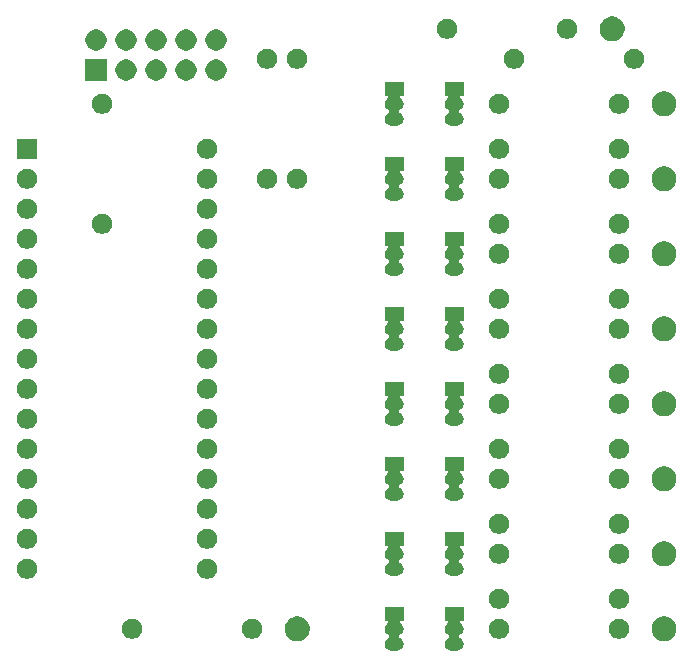
<source format=gts>
G04 #@! TF.GenerationSoftware,KiCad,Pcbnew,5.1.5-52549c5~84~ubuntu19.10.1*
G04 #@! TF.CreationDate,2020-03-08T12:02:41+01:00*
G04 #@! TF.ProjectId,touchcircuit,746f7563-6863-4697-9263-7569742e6b69,rev?*
G04 #@! TF.SameCoordinates,Original*
G04 #@! TF.FileFunction,Soldermask,Top*
G04 #@! TF.FilePolarity,Negative*
%FSLAX46Y46*%
G04 Gerber Fmt 4.6, Leading zero omitted, Abs format (unit mm)*
G04 Created by KiCad (PCBNEW 5.1.5-52549c5~84~ubuntu19.10.1) date 2020-03-08 12:02:41*
%MOMM*%
%LPD*%
G04 APERTURE LIST*
%ADD10C,0.100000*%
G04 APERTURE END LIST*
D10*
G36*
X52183575Y-64076000D02*
G01*
X52019235Y-64076000D01*
X51994849Y-64078402D01*
X51971400Y-64085515D01*
X51949789Y-64097066D01*
X51930847Y-64112611D01*
X51915302Y-64131553D01*
X51903751Y-64153164D01*
X51896638Y-64176613D01*
X51894236Y-64200999D01*
X51896638Y-64225385D01*
X51903751Y-64248834D01*
X51915302Y-64270445D01*
X51930847Y-64289387D01*
X51939920Y-64297609D01*
X52016839Y-64360736D01*
X52088819Y-64448443D01*
X52123004Y-64512399D01*
X52142303Y-64548505D01*
X52142304Y-64548508D01*
X52175241Y-64657084D01*
X52186362Y-64770000D01*
X52175241Y-64882916D01*
X52142304Y-64991492D01*
X52142303Y-64991495D01*
X52128014Y-65018228D01*
X52088819Y-65091557D01*
X52016839Y-65179264D01*
X51929132Y-65251244D01*
X51847716Y-65294761D01*
X51827341Y-65308375D01*
X51810014Y-65325702D01*
X51796401Y-65346076D01*
X51787023Y-65368715D01*
X51782243Y-65392748D01*
X51782243Y-65417252D01*
X51787023Y-65441285D01*
X51796401Y-65463924D01*
X51810015Y-65484299D01*
X51827342Y-65501626D01*
X51847716Y-65515239D01*
X51929132Y-65558756D01*
X52016839Y-65630736D01*
X52088819Y-65718443D01*
X52122047Y-65780610D01*
X52142303Y-65818505D01*
X52142304Y-65818508D01*
X52175241Y-65927084D01*
X52186362Y-66040000D01*
X52175241Y-66152916D01*
X52142304Y-66261492D01*
X52142303Y-66261495D01*
X52123004Y-66297601D01*
X52088819Y-66361557D01*
X52016839Y-66449264D01*
X51929132Y-66521244D01*
X51865176Y-66555429D01*
X51829070Y-66574728D01*
X51829067Y-66574729D01*
X51720491Y-66607666D01*
X51635873Y-66616000D01*
X51129277Y-66616000D01*
X51044659Y-66607666D01*
X50936083Y-66574729D01*
X50936080Y-66574728D01*
X50899974Y-66555429D01*
X50836018Y-66521244D01*
X50748311Y-66449264D01*
X50676331Y-66361557D01*
X50642146Y-66297601D01*
X50622847Y-66261495D01*
X50622846Y-66261492D01*
X50589909Y-66152916D01*
X50578788Y-66040000D01*
X50589909Y-65927084D01*
X50622846Y-65818508D01*
X50622847Y-65818505D01*
X50643103Y-65780610D01*
X50676331Y-65718443D01*
X50748311Y-65630736D01*
X50836018Y-65558756D01*
X50917434Y-65515239D01*
X50937809Y-65501625D01*
X50955136Y-65484298D01*
X50968749Y-65463924D01*
X50978127Y-65441285D01*
X50982907Y-65417252D01*
X50982907Y-65392748D01*
X50978127Y-65368715D01*
X50968749Y-65346076D01*
X50955135Y-65325701D01*
X50937808Y-65308374D01*
X50917434Y-65294761D01*
X50836018Y-65251244D01*
X50748311Y-65179264D01*
X50676331Y-65091557D01*
X50637136Y-65018228D01*
X50622847Y-64991495D01*
X50622846Y-64991492D01*
X50589909Y-64882916D01*
X50578788Y-64770000D01*
X50589909Y-64657084D01*
X50622846Y-64548508D01*
X50622847Y-64548505D01*
X50642146Y-64512399D01*
X50676331Y-64448443D01*
X50748311Y-64360736D01*
X50825221Y-64297617D01*
X50842540Y-64280298D01*
X50856154Y-64259923D01*
X50865532Y-64237284D01*
X50870312Y-64213251D01*
X50870312Y-64188747D01*
X50865532Y-64164714D01*
X50856154Y-64142075D01*
X50842541Y-64121701D01*
X50825214Y-64104374D01*
X50804839Y-64090760D01*
X50782200Y-64081382D01*
X50758167Y-64076602D01*
X50745915Y-64076000D01*
X50581575Y-64076000D01*
X50581575Y-62924000D01*
X52183575Y-62924000D01*
X52183575Y-64076000D01*
G37*
G36*
X47103575Y-64076000D02*
G01*
X46939235Y-64076000D01*
X46914849Y-64078402D01*
X46891400Y-64085515D01*
X46869789Y-64097066D01*
X46850847Y-64112611D01*
X46835302Y-64131553D01*
X46823751Y-64153164D01*
X46816638Y-64176613D01*
X46814236Y-64200999D01*
X46816638Y-64225385D01*
X46823751Y-64248834D01*
X46835302Y-64270445D01*
X46850847Y-64289387D01*
X46859920Y-64297609D01*
X46936839Y-64360736D01*
X47008819Y-64448443D01*
X47043004Y-64512399D01*
X47062303Y-64548505D01*
X47062304Y-64548508D01*
X47095241Y-64657084D01*
X47106362Y-64770000D01*
X47095241Y-64882916D01*
X47062304Y-64991492D01*
X47062303Y-64991495D01*
X47048014Y-65018228D01*
X47008819Y-65091557D01*
X46936839Y-65179264D01*
X46849132Y-65251244D01*
X46767716Y-65294761D01*
X46747341Y-65308375D01*
X46730014Y-65325702D01*
X46716401Y-65346076D01*
X46707023Y-65368715D01*
X46702243Y-65392748D01*
X46702243Y-65417252D01*
X46707023Y-65441285D01*
X46716401Y-65463924D01*
X46730015Y-65484299D01*
X46747342Y-65501626D01*
X46767716Y-65515239D01*
X46849132Y-65558756D01*
X46936839Y-65630736D01*
X47008819Y-65718443D01*
X47042047Y-65780610D01*
X47062303Y-65818505D01*
X47062304Y-65818508D01*
X47095241Y-65927084D01*
X47106362Y-66040000D01*
X47095241Y-66152916D01*
X47062304Y-66261492D01*
X47062303Y-66261495D01*
X47043004Y-66297601D01*
X47008819Y-66361557D01*
X46936839Y-66449264D01*
X46849132Y-66521244D01*
X46785176Y-66555429D01*
X46749070Y-66574728D01*
X46749067Y-66574729D01*
X46640491Y-66607666D01*
X46555873Y-66616000D01*
X46049277Y-66616000D01*
X45964659Y-66607666D01*
X45856083Y-66574729D01*
X45856080Y-66574728D01*
X45819974Y-66555429D01*
X45756018Y-66521244D01*
X45668311Y-66449264D01*
X45596331Y-66361557D01*
X45562146Y-66297601D01*
X45542847Y-66261495D01*
X45542846Y-66261492D01*
X45509909Y-66152916D01*
X45498788Y-66040000D01*
X45509909Y-65927084D01*
X45542846Y-65818508D01*
X45542847Y-65818505D01*
X45563103Y-65780610D01*
X45596331Y-65718443D01*
X45668311Y-65630736D01*
X45756018Y-65558756D01*
X45837434Y-65515239D01*
X45857809Y-65501625D01*
X45875136Y-65484298D01*
X45888749Y-65463924D01*
X45898127Y-65441285D01*
X45902907Y-65417252D01*
X45902907Y-65392748D01*
X45898127Y-65368715D01*
X45888749Y-65346076D01*
X45875135Y-65325701D01*
X45857808Y-65308374D01*
X45837434Y-65294761D01*
X45756018Y-65251244D01*
X45668311Y-65179264D01*
X45596331Y-65091557D01*
X45557136Y-65018228D01*
X45542847Y-64991495D01*
X45542846Y-64991492D01*
X45509909Y-64882916D01*
X45498788Y-64770000D01*
X45509909Y-64657084D01*
X45542846Y-64548508D01*
X45542847Y-64548505D01*
X45562146Y-64512399D01*
X45596331Y-64448443D01*
X45668311Y-64360736D01*
X45745221Y-64297617D01*
X45762540Y-64280298D01*
X45776154Y-64259923D01*
X45785532Y-64237284D01*
X45790312Y-64213251D01*
X45790312Y-64188747D01*
X45785532Y-64164714D01*
X45776154Y-64142075D01*
X45762541Y-64121701D01*
X45745214Y-64104374D01*
X45724839Y-64090760D01*
X45702200Y-64081382D01*
X45678167Y-64076602D01*
X45665915Y-64076000D01*
X45501575Y-64076000D01*
X45501575Y-62924000D01*
X47103575Y-62924000D01*
X47103575Y-64076000D01*
G37*
G36*
X69469139Y-63759389D02*
G01*
X69660408Y-63838615D01*
X69660410Y-63838616D01*
X69832548Y-63953635D01*
X69978940Y-64100027D01*
X70092810Y-64270445D01*
X70093960Y-64272167D01*
X70173186Y-64463436D01*
X70213575Y-64666484D01*
X70213575Y-64873516D01*
X70173186Y-65076564D01*
X70130646Y-65179264D01*
X70093959Y-65267835D01*
X69978940Y-65439973D01*
X69832548Y-65586365D01*
X69660410Y-65701384D01*
X69660409Y-65701385D01*
X69660408Y-65701385D01*
X69469139Y-65780611D01*
X69266091Y-65821000D01*
X69059059Y-65821000D01*
X68856011Y-65780611D01*
X68664742Y-65701385D01*
X68664741Y-65701385D01*
X68664740Y-65701384D01*
X68492602Y-65586365D01*
X68346210Y-65439973D01*
X68231191Y-65267835D01*
X68194504Y-65179264D01*
X68151964Y-65076564D01*
X68111575Y-64873516D01*
X68111575Y-64666484D01*
X68151964Y-64463436D01*
X68231190Y-64272167D01*
X68232341Y-64270445D01*
X68346210Y-64100027D01*
X68492602Y-63953635D01*
X68664740Y-63838616D01*
X68664742Y-63838615D01*
X68856011Y-63759389D01*
X69059059Y-63719000D01*
X69266091Y-63719000D01*
X69469139Y-63759389D01*
G37*
G36*
X38406564Y-63759389D02*
G01*
X38597833Y-63838615D01*
X38597835Y-63838616D01*
X38769973Y-63953635D01*
X38916365Y-64100027D01*
X39030235Y-64270445D01*
X39031385Y-64272167D01*
X39110611Y-64463436D01*
X39151000Y-64666484D01*
X39151000Y-64873516D01*
X39110611Y-65076564D01*
X39068071Y-65179264D01*
X39031384Y-65267835D01*
X38916365Y-65439973D01*
X38769973Y-65586365D01*
X38597835Y-65701384D01*
X38597834Y-65701385D01*
X38597833Y-65701385D01*
X38406564Y-65780611D01*
X38203516Y-65821000D01*
X37996484Y-65821000D01*
X37793436Y-65780611D01*
X37602167Y-65701385D01*
X37602166Y-65701385D01*
X37602165Y-65701384D01*
X37430027Y-65586365D01*
X37283635Y-65439973D01*
X37168616Y-65267835D01*
X37131929Y-65179264D01*
X37089389Y-65076564D01*
X37049000Y-64873516D01*
X37049000Y-64666484D01*
X37089389Y-64463436D01*
X37168615Y-64272167D01*
X37169766Y-64270445D01*
X37283635Y-64100027D01*
X37430027Y-63953635D01*
X37602165Y-63838616D01*
X37602167Y-63838615D01*
X37793436Y-63759389D01*
X37996484Y-63719000D01*
X38203516Y-63719000D01*
X38406564Y-63759389D01*
G37*
G36*
X24378228Y-63951703D02*
G01*
X24533100Y-64015853D01*
X24672481Y-64108985D01*
X24791015Y-64227519D01*
X24884147Y-64366900D01*
X24948297Y-64521772D01*
X24981000Y-64686184D01*
X24981000Y-64853816D01*
X24948297Y-65018228D01*
X24884147Y-65173100D01*
X24791015Y-65312481D01*
X24672481Y-65431015D01*
X24533100Y-65524147D01*
X24378228Y-65588297D01*
X24213816Y-65621000D01*
X24046184Y-65621000D01*
X23881772Y-65588297D01*
X23726900Y-65524147D01*
X23587519Y-65431015D01*
X23468985Y-65312481D01*
X23375853Y-65173100D01*
X23311703Y-65018228D01*
X23279000Y-64853816D01*
X23279000Y-64686184D01*
X23311703Y-64521772D01*
X23375853Y-64366900D01*
X23468985Y-64227519D01*
X23587519Y-64108985D01*
X23726900Y-64015853D01*
X23881772Y-63951703D01*
X24046184Y-63919000D01*
X24213816Y-63919000D01*
X24378228Y-63951703D01*
G37*
G36*
X34538228Y-63951703D02*
G01*
X34693100Y-64015853D01*
X34832481Y-64108985D01*
X34951015Y-64227519D01*
X35044147Y-64366900D01*
X35108297Y-64521772D01*
X35141000Y-64686184D01*
X35141000Y-64853816D01*
X35108297Y-65018228D01*
X35044147Y-65173100D01*
X34951015Y-65312481D01*
X34832481Y-65431015D01*
X34693100Y-65524147D01*
X34538228Y-65588297D01*
X34373816Y-65621000D01*
X34206184Y-65621000D01*
X34041772Y-65588297D01*
X33886900Y-65524147D01*
X33747519Y-65431015D01*
X33628985Y-65312481D01*
X33535853Y-65173100D01*
X33471703Y-65018228D01*
X33439000Y-64853816D01*
X33439000Y-64686184D01*
X33471703Y-64521772D01*
X33535853Y-64366900D01*
X33628985Y-64227519D01*
X33747519Y-64108985D01*
X33886900Y-64015853D01*
X34041772Y-63951703D01*
X34206184Y-63919000D01*
X34373816Y-63919000D01*
X34538228Y-63951703D01*
G37*
G36*
X55440803Y-63951703D02*
G01*
X55595675Y-64015853D01*
X55735056Y-64108985D01*
X55853590Y-64227519D01*
X55946722Y-64366900D01*
X56010872Y-64521772D01*
X56043575Y-64686184D01*
X56043575Y-64853816D01*
X56010872Y-65018228D01*
X55946722Y-65173100D01*
X55853590Y-65312481D01*
X55735056Y-65431015D01*
X55595675Y-65524147D01*
X55440803Y-65588297D01*
X55276391Y-65621000D01*
X55108759Y-65621000D01*
X54944347Y-65588297D01*
X54789475Y-65524147D01*
X54650094Y-65431015D01*
X54531560Y-65312481D01*
X54438428Y-65173100D01*
X54374278Y-65018228D01*
X54341575Y-64853816D01*
X54341575Y-64686184D01*
X54374278Y-64521772D01*
X54438428Y-64366900D01*
X54531560Y-64227519D01*
X54650094Y-64108985D01*
X54789475Y-64015853D01*
X54944347Y-63951703D01*
X55108759Y-63919000D01*
X55276391Y-63919000D01*
X55440803Y-63951703D01*
G37*
G36*
X65600803Y-63951703D02*
G01*
X65755675Y-64015853D01*
X65895056Y-64108985D01*
X66013590Y-64227519D01*
X66106722Y-64366900D01*
X66170872Y-64521772D01*
X66203575Y-64686184D01*
X66203575Y-64853816D01*
X66170872Y-65018228D01*
X66106722Y-65173100D01*
X66013590Y-65312481D01*
X65895056Y-65431015D01*
X65755675Y-65524147D01*
X65600803Y-65588297D01*
X65436391Y-65621000D01*
X65268759Y-65621000D01*
X65104347Y-65588297D01*
X64949475Y-65524147D01*
X64810094Y-65431015D01*
X64691560Y-65312481D01*
X64598428Y-65173100D01*
X64534278Y-65018228D01*
X64501575Y-64853816D01*
X64501575Y-64686184D01*
X64534278Y-64521772D01*
X64598428Y-64366900D01*
X64691560Y-64227519D01*
X64810094Y-64108985D01*
X64949475Y-64015853D01*
X65104347Y-63951703D01*
X65268759Y-63919000D01*
X65436391Y-63919000D01*
X65600803Y-63951703D01*
G37*
G36*
X55440803Y-61411703D02*
G01*
X55595675Y-61475853D01*
X55735056Y-61568985D01*
X55853590Y-61687519D01*
X55946722Y-61826900D01*
X56010872Y-61981772D01*
X56043575Y-62146184D01*
X56043575Y-62313816D01*
X56010872Y-62478228D01*
X55946722Y-62633100D01*
X55853590Y-62772481D01*
X55735056Y-62891015D01*
X55595675Y-62984147D01*
X55440803Y-63048297D01*
X55276391Y-63081000D01*
X55108759Y-63081000D01*
X54944347Y-63048297D01*
X54789475Y-62984147D01*
X54650094Y-62891015D01*
X54531560Y-62772481D01*
X54438428Y-62633100D01*
X54374278Y-62478228D01*
X54341575Y-62313816D01*
X54341575Y-62146184D01*
X54374278Y-61981772D01*
X54438428Y-61826900D01*
X54531560Y-61687519D01*
X54650094Y-61568985D01*
X54789475Y-61475853D01*
X54944347Y-61411703D01*
X55108759Y-61379000D01*
X55276391Y-61379000D01*
X55440803Y-61411703D01*
G37*
G36*
X65600803Y-61411703D02*
G01*
X65755675Y-61475853D01*
X65895056Y-61568985D01*
X66013590Y-61687519D01*
X66106722Y-61826900D01*
X66170872Y-61981772D01*
X66203575Y-62146184D01*
X66203575Y-62313816D01*
X66170872Y-62478228D01*
X66106722Y-62633100D01*
X66013590Y-62772481D01*
X65895056Y-62891015D01*
X65755675Y-62984147D01*
X65600803Y-63048297D01*
X65436391Y-63081000D01*
X65268759Y-63081000D01*
X65104347Y-63048297D01*
X64949475Y-62984147D01*
X64810094Y-62891015D01*
X64691560Y-62772481D01*
X64598428Y-62633100D01*
X64534278Y-62478228D01*
X64501575Y-62313816D01*
X64501575Y-62146184D01*
X64534278Y-61981772D01*
X64598428Y-61826900D01*
X64691560Y-61687519D01*
X64810094Y-61568985D01*
X64949475Y-61475853D01*
X65104347Y-61411703D01*
X65268759Y-61379000D01*
X65436391Y-61379000D01*
X65600803Y-61411703D01*
G37*
G36*
X30728228Y-58871703D02*
G01*
X30883100Y-58935853D01*
X31022481Y-59028985D01*
X31141015Y-59147519D01*
X31234147Y-59286900D01*
X31298297Y-59441772D01*
X31331000Y-59606184D01*
X31331000Y-59773816D01*
X31298297Y-59938228D01*
X31234147Y-60093100D01*
X31141015Y-60232481D01*
X31022481Y-60351015D01*
X30883100Y-60444147D01*
X30728228Y-60508297D01*
X30563816Y-60541000D01*
X30396184Y-60541000D01*
X30231772Y-60508297D01*
X30076900Y-60444147D01*
X29937519Y-60351015D01*
X29818985Y-60232481D01*
X29725853Y-60093100D01*
X29661703Y-59938228D01*
X29629000Y-59773816D01*
X29629000Y-59606184D01*
X29661703Y-59441772D01*
X29725853Y-59286900D01*
X29818985Y-59147519D01*
X29937519Y-59028985D01*
X30076900Y-58935853D01*
X30231772Y-58871703D01*
X30396184Y-58839000D01*
X30563816Y-58839000D01*
X30728228Y-58871703D01*
G37*
G36*
X15488228Y-58871703D02*
G01*
X15643100Y-58935853D01*
X15782481Y-59028985D01*
X15901015Y-59147519D01*
X15994147Y-59286900D01*
X16058297Y-59441772D01*
X16091000Y-59606184D01*
X16091000Y-59773816D01*
X16058297Y-59938228D01*
X15994147Y-60093100D01*
X15901015Y-60232481D01*
X15782481Y-60351015D01*
X15643100Y-60444147D01*
X15488228Y-60508297D01*
X15323816Y-60541000D01*
X15156184Y-60541000D01*
X14991772Y-60508297D01*
X14836900Y-60444147D01*
X14697519Y-60351015D01*
X14578985Y-60232481D01*
X14485853Y-60093100D01*
X14421703Y-59938228D01*
X14389000Y-59773816D01*
X14389000Y-59606184D01*
X14421703Y-59441772D01*
X14485853Y-59286900D01*
X14578985Y-59147519D01*
X14697519Y-59028985D01*
X14836900Y-58935853D01*
X14991772Y-58871703D01*
X15156184Y-58839000D01*
X15323816Y-58839000D01*
X15488228Y-58871703D01*
G37*
G36*
X47103575Y-57726000D02*
G01*
X46939235Y-57726000D01*
X46914849Y-57728402D01*
X46891400Y-57735515D01*
X46869789Y-57747066D01*
X46850847Y-57762611D01*
X46835302Y-57781553D01*
X46823751Y-57803164D01*
X46816638Y-57826613D01*
X46814236Y-57850999D01*
X46816638Y-57875385D01*
X46823751Y-57898834D01*
X46835302Y-57920445D01*
X46850847Y-57939387D01*
X46859920Y-57947609D01*
X46936839Y-58010736D01*
X47008819Y-58098443D01*
X47043004Y-58162399D01*
X47062303Y-58198505D01*
X47062304Y-58198508D01*
X47095241Y-58307084D01*
X47106362Y-58420000D01*
X47095241Y-58532916D01*
X47062304Y-58641492D01*
X47062303Y-58641495D01*
X47048014Y-58668228D01*
X47008819Y-58741557D01*
X46936839Y-58829264D01*
X46849132Y-58901244D01*
X46784382Y-58935853D01*
X46767716Y-58944761D01*
X46747341Y-58958375D01*
X46730014Y-58975702D01*
X46716401Y-58996076D01*
X46707023Y-59018715D01*
X46702243Y-59042748D01*
X46702243Y-59067252D01*
X46707023Y-59091285D01*
X46716401Y-59113924D01*
X46730015Y-59134299D01*
X46747342Y-59151626D01*
X46767716Y-59165239D01*
X46849132Y-59208756D01*
X46936839Y-59280736D01*
X47008819Y-59368443D01*
X47042047Y-59430610D01*
X47062303Y-59468505D01*
X47062304Y-59468508D01*
X47095241Y-59577084D01*
X47106362Y-59690000D01*
X47095241Y-59802916D01*
X47062304Y-59911492D01*
X47062303Y-59911495D01*
X47048014Y-59938228D01*
X47008819Y-60011557D01*
X46936839Y-60099264D01*
X46849132Y-60171244D01*
X46785176Y-60205429D01*
X46749070Y-60224728D01*
X46749067Y-60224729D01*
X46640491Y-60257666D01*
X46555873Y-60266000D01*
X46049277Y-60266000D01*
X45964659Y-60257666D01*
X45856083Y-60224729D01*
X45856080Y-60224728D01*
X45819974Y-60205429D01*
X45756018Y-60171244D01*
X45668311Y-60099264D01*
X45596331Y-60011557D01*
X45557136Y-59938228D01*
X45542847Y-59911495D01*
X45542846Y-59911492D01*
X45509909Y-59802916D01*
X45498788Y-59690000D01*
X45509909Y-59577084D01*
X45542846Y-59468508D01*
X45542847Y-59468505D01*
X45563103Y-59430610D01*
X45596331Y-59368443D01*
X45668311Y-59280736D01*
X45756018Y-59208756D01*
X45837434Y-59165239D01*
X45857809Y-59151625D01*
X45875136Y-59134298D01*
X45888749Y-59113924D01*
X45898127Y-59091285D01*
X45902907Y-59067252D01*
X45902907Y-59042748D01*
X45898127Y-59018715D01*
X45888749Y-58996076D01*
X45875135Y-58975701D01*
X45857808Y-58958374D01*
X45837434Y-58944761D01*
X45820768Y-58935853D01*
X45756018Y-58901244D01*
X45668311Y-58829264D01*
X45596331Y-58741557D01*
X45557136Y-58668228D01*
X45542847Y-58641495D01*
X45542846Y-58641492D01*
X45509909Y-58532916D01*
X45498788Y-58420000D01*
X45509909Y-58307084D01*
X45542846Y-58198508D01*
X45542847Y-58198505D01*
X45562146Y-58162399D01*
X45596331Y-58098443D01*
X45668311Y-58010736D01*
X45745221Y-57947617D01*
X45762540Y-57930298D01*
X45776154Y-57909923D01*
X45785532Y-57887284D01*
X45790312Y-57863251D01*
X45790312Y-57838747D01*
X45785532Y-57814714D01*
X45776154Y-57792075D01*
X45762541Y-57771701D01*
X45745214Y-57754374D01*
X45724839Y-57740760D01*
X45702200Y-57731382D01*
X45678167Y-57726602D01*
X45665915Y-57726000D01*
X45501575Y-57726000D01*
X45501575Y-56574000D01*
X47103575Y-56574000D01*
X47103575Y-57726000D01*
G37*
G36*
X52183575Y-57726000D02*
G01*
X52019235Y-57726000D01*
X51994849Y-57728402D01*
X51971400Y-57735515D01*
X51949789Y-57747066D01*
X51930847Y-57762611D01*
X51915302Y-57781553D01*
X51903751Y-57803164D01*
X51896638Y-57826613D01*
X51894236Y-57850999D01*
X51896638Y-57875385D01*
X51903751Y-57898834D01*
X51915302Y-57920445D01*
X51930847Y-57939387D01*
X51939920Y-57947609D01*
X52016839Y-58010736D01*
X52088819Y-58098443D01*
X52123004Y-58162399D01*
X52142303Y-58198505D01*
X52142304Y-58198508D01*
X52175241Y-58307084D01*
X52186362Y-58420000D01*
X52175241Y-58532916D01*
X52142304Y-58641492D01*
X52142303Y-58641495D01*
X52128014Y-58668228D01*
X52088819Y-58741557D01*
X52016839Y-58829264D01*
X51929132Y-58901244D01*
X51864382Y-58935853D01*
X51847716Y-58944761D01*
X51827341Y-58958375D01*
X51810014Y-58975702D01*
X51796401Y-58996076D01*
X51787023Y-59018715D01*
X51782243Y-59042748D01*
X51782243Y-59067252D01*
X51787023Y-59091285D01*
X51796401Y-59113924D01*
X51810015Y-59134299D01*
X51827342Y-59151626D01*
X51847716Y-59165239D01*
X51929132Y-59208756D01*
X52016839Y-59280736D01*
X52088819Y-59368443D01*
X52122047Y-59430610D01*
X52142303Y-59468505D01*
X52142304Y-59468508D01*
X52175241Y-59577084D01*
X52186362Y-59690000D01*
X52175241Y-59802916D01*
X52142304Y-59911492D01*
X52142303Y-59911495D01*
X52128014Y-59938228D01*
X52088819Y-60011557D01*
X52016839Y-60099264D01*
X51929132Y-60171244D01*
X51865176Y-60205429D01*
X51829070Y-60224728D01*
X51829067Y-60224729D01*
X51720491Y-60257666D01*
X51635873Y-60266000D01*
X51129277Y-60266000D01*
X51044659Y-60257666D01*
X50936083Y-60224729D01*
X50936080Y-60224728D01*
X50899974Y-60205429D01*
X50836018Y-60171244D01*
X50748311Y-60099264D01*
X50676331Y-60011557D01*
X50637136Y-59938228D01*
X50622847Y-59911495D01*
X50622846Y-59911492D01*
X50589909Y-59802916D01*
X50578788Y-59690000D01*
X50589909Y-59577084D01*
X50622846Y-59468508D01*
X50622847Y-59468505D01*
X50643103Y-59430610D01*
X50676331Y-59368443D01*
X50748311Y-59280736D01*
X50836018Y-59208756D01*
X50917434Y-59165239D01*
X50937809Y-59151625D01*
X50955136Y-59134298D01*
X50968749Y-59113924D01*
X50978127Y-59091285D01*
X50982907Y-59067252D01*
X50982907Y-59042748D01*
X50978127Y-59018715D01*
X50968749Y-58996076D01*
X50955135Y-58975701D01*
X50937808Y-58958374D01*
X50917434Y-58944761D01*
X50900768Y-58935853D01*
X50836018Y-58901244D01*
X50748311Y-58829264D01*
X50676331Y-58741557D01*
X50637136Y-58668228D01*
X50622847Y-58641495D01*
X50622846Y-58641492D01*
X50589909Y-58532916D01*
X50578788Y-58420000D01*
X50589909Y-58307084D01*
X50622846Y-58198508D01*
X50622847Y-58198505D01*
X50642146Y-58162399D01*
X50676331Y-58098443D01*
X50748311Y-58010736D01*
X50825221Y-57947617D01*
X50842540Y-57930298D01*
X50856154Y-57909923D01*
X50865532Y-57887284D01*
X50870312Y-57863251D01*
X50870312Y-57838747D01*
X50865532Y-57814714D01*
X50856154Y-57792075D01*
X50842541Y-57771701D01*
X50825214Y-57754374D01*
X50804839Y-57740760D01*
X50782200Y-57731382D01*
X50758167Y-57726602D01*
X50745915Y-57726000D01*
X50581575Y-57726000D01*
X50581575Y-56574000D01*
X52183575Y-56574000D01*
X52183575Y-57726000D01*
G37*
G36*
X69469139Y-57409389D02*
G01*
X69660408Y-57488615D01*
X69660410Y-57488616D01*
X69832548Y-57603635D01*
X69978940Y-57750027D01*
X70092810Y-57920445D01*
X70093960Y-57922167D01*
X70173186Y-58113436D01*
X70213575Y-58316484D01*
X70213575Y-58523516D01*
X70173186Y-58726564D01*
X70113067Y-58871705D01*
X70093959Y-58917835D01*
X69978940Y-59089973D01*
X69832548Y-59236365D01*
X69660410Y-59351384D01*
X69660409Y-59351385D01*
X69660408Y-59351385D01*
X69469139Y-59430611D01*
X69266091Y-59471000D01*
X69059059Y-59471000D01*
X68856011Y-59430611D01*
X68664742Y-59351385D01*
X68664741Y-59351385D01*
X68664740Y-59351384D01*
X68492602Y-59236365D01*
X68346210Y-59089973D01*
X68231191Y-58917835D01*
X68212083Y-58871705D01*
X68151964Y-58726564D01*
X68111575Y-58523516D01*
X68111575Y-58316484D01*
X68151964Y-58113436D01*
X68231190Y-57922167D01*
X68232341Y-57920445D01*
X68346210Y-57750027D01*
X68492602Y-57603635D01*
X68664740Y-57488616D01*
X68664742Y-57488615D01*
X68856011Y-57409389D01*
X69059059Y-57369000D01*
X69266091Y-57369000D01*
X69469139Y-57409389D01*
G37*
G36*
X65600803Y-57601703D02*
G01*
X65755675Y-57665853D01*
X65895056Y-57758985D01*
X66013590Y-57877519D01*
X66106722Y-58016900D01*
X66170872Y-58171772D01*
X66203575Y-58336184D01*
X66203575Y-58503816D01*
X66170872Y-58668228D01*
X66106722Y-58823100D01*
X66013590Y-58962481D01*
X65895056Y-59081015D01*
X65755675Y-59174147D01*
X65600803Y-59238297D01*
X65436391Y-59271000D01*
X65268759Y-59271000D01*
X65104347Y-59238297D01*
X64949475Y-59174147D01*
X64810094Y-59081015D01*
X64691560Y-58962481D01*
X64598428Y-58823100D01*
X64534278Y-58668228D01*
X64501575Y-58503816D01*
X64501575Y-58336184D01*
X64534278Y-58171772D01*
X64598428Y-58016900D01*
X64691560Y-57877519D01*
X64810094Y-57758985D01*
X64949475Y-57665853D01*
X65104347Y-57601703D01*
X65268759Y-57569000D01*
X65436391Y-57569000D01*
X65600803Y-57601703D01*
G37*
G36*
X55440803Y-57601703D02*
G01*
X55595675Y-57665853D01*
X55735056Y-57758985D01*
X55853590Y-57877519D01*
X55946722Y-58016900D01*
X56010872Y-58171772D01*
X56043575Y-58336184D01*
X56043575Y-58503816D01*
X56010872Y-58668228D01*
X55946722Y-58823100D01*
X55853590Y-58962481D01*
X55735056Y-59081015D01*
X55595675Y-59174147D01*
X55440803Y-59238297D01*
X55276391Y-59271000D01*
X55108759Y-59271000D01*
X54944347Y-59238297D01*
X54789475Y-59174147D01*
X54650094Y-59081015D01*
X54531560Y-58962481D01*
X54438428Y-58823100D01*
X54374278Y-58668228D01*
X54341575Y-58503816D01*
X54341575Y-58336184D01*
X54374278Y-58171772D01*
X54438428Y-58016900D01*
X54531560Y-57877519D01*
X54650094Y-57758985D01*
X54789475Y-57665853D01*
X54944347Y-57601703D01*
X55108759Y-57569000D01*
X55276391Y-57569000D01*
X55440803Y-57601703D01*
G37*
G36*
X30728228Y-56331703D02*
G01*
X30883100Y-56395853D01*
X31022481Y-56488985D01*
X31141015Y-56607519D01*
X31234147Y-56746900D01*
X31298297Y-56901772D01*
X31331000Y-57066184D01*
X31331000Y-57233816D01*
X31298297Y-57398228D01*
X31234147Y-57553100D01*
X31141015Y-57692481D01*
X31022481Y-57811015D01*
X30883100Y-57904147D01*
X30728228Y-57968297D01*
X30563816Y-58001000D01*
X30396184Y-58001000D01*
X30231772Y-57968297D01*
X30076900Y-57904147D01*
X29937519Y-57811015D01*
X29818985Y-57692481D01*
X29725853Y-57553100D01*
X29661703Y-57398228D01*
X29629000Y-57233816D01*
X29629000Y-57066184D01*
X29661703Y-56901772D01*
X29725853Y-56746900D01*
X29818985Y-56607519D01*
X29937519Y-56488985D01*
X30076900Y-56395853D01*
X30231772Y-56331703D01*
X30396184Y-56299000D01*
X30563816Y-56299000D01*
X30728228Y-56331703D01*
G37*
G36*
X15488228Y-56331703D02*
G01*
X15643100Y-56395853D01*
X15782481Y-56488985D01*
X15901015Y-56607519D01*
X15994147Y-56746900D01*
X16058297Y-56901772D01*
X16091000Y-57066184D01*
X16091000Y-57233816D01*
X16058297Y-57398228D01*
X15994147Y-57553100D01*
X15901015Y-57692481D01*
X15782481Y-57811015D01*
X15643100Y-57904147D01*
X15488228Y-57968297D01*
X15323816Y-58001000D01*
X15156184Y-58001000D01*
X14991772Y-57968297D01*
X14836900Y-57904147D01*
X14697519Y-57811015D01*
X14578985Y-57692481D01*
X14485853Y-57553100D01*
X14421703Y-57398228D01*
X14389000Y-57233816D01*
X14389000Y-57066184D01*
X14421703Y-56901772D01*
X14485853Y-56746900D01*
X14578985Y-56607519D01*
X14697519Y-56488985D01*
X14836900Y-56395853D01*
X14991772Y-56331703D01*
X15156184Y-56299000D01*
X15323816Y-56299000D01*
X15488228Y-56331703D01*
G37*
G36*
X65600803Y-55061703D02*
G01*
X65755675Y-55125853D01*
X65895056Y-55218985D01*
X66013590Y-55337519D01*
X66106722Y-55476900D01*
X66170872Y-55631772D01*
X66203575Y-55796184D01*
X66203575Y-55963816D01*
X66170872Y-56128228D01*
X66106722Y-56283100D01*
X66013590Y-56422481D01*
X65895056Y-56541015D01*
X65755675Y-56634147D01*
X65600803Y-56698297D01*
X65436391Y-56731000D01*
X65268759Y-56731000D01*
X65104347Y-56698297D01*
X64949475Y-56634147D01*
X64810094Y-56541015D01*
X64691560Y-56422481D01*
X64598428Y-56283100D01*
X64534278Y-56128228D01*
X64501575Y-55963816D01*
X64501575Y-55796184D01*
X64534278Y-55631772D01*
X64598428Y-55476900D01*
X64691560Y-55337519D01*
X64810094Y-55218985D01*
X64949475Y-55125853D01*
X65104347Y-55061703D01*
X65268759Y-55029000D01*
X65436391Y-55029000D01*
X65600803Y-55061703D01*
G37*
G36*
X55440803Y-55061703D02*
G01*
X55595675Y-55125853D01*
X55735056Y-55218985D01*
X55853590Y-55337519D01*
X55946722Y-55476900D01*
X56010872Y-55631772D01*
X56043575Y-55796184D01*
X56043575Y-55963816D01*
X56010872Y-56128228D01*
X55946722Y-56283100D01*
X55853590Y-56422481D01*
X55735056Y-56541015D01*
X55595675Y-56634147D01*
X55440803Y-56698297D01*
X55276391Y-56731000D01*
X55108759Y-56731000D01*
X54944347Y-56698297D01*
X54789475Y-56634147D01*
X54650094Y-56541015D01*
X54531560Y-56422481D01*
X54438428Y-56283100D01*
X54374278Y-56128228D01*
X54341575Y-55963816D01*
X54341575Y-55796184D01*
X54374278Y-55631772D01*
X54438428Y-55476900D01*
X54531560Y-55337519D01*
X54650094Y-55218985D01*
X54789475Y-55125853D01*
X54944347Y-55061703D01*
X55108759Y-55029000D01*
X55276391Y-55029000D01*
X55440803Y-55061703D01*
G37*
G36*
X30728228Y-53791703D02*
G01*
X30883100Y-53855853D01*
X31022481Y-53948985D01*
X31141015Y-54067519D01*
X31234147Y-54206900D01*
X31298297Y-54361772D01*
X31331000Y-54526184D01*
X31331000Y-54693816D01*
X31298297Y-54858228D01*
X31234147Y-55013100D01*
X31141015Y-55152481D01*
X31022481Y-55271015D01*
X30883100Y-55364147D01*
X30728228Y-55428297D01*
X30563816Y-55461000D01*
X30396184Y-55461000D01*
X30231772Y-55428297D01*
X30076900Y-55364147D01*
X29937519Y-55271015D01*
X29818985Y-55152481D01*
X29725853Y-55013100D01*
X29661703Y-54858228D01*
X29629000Y-54693816D01*
X29629000Y-54526184D01*
X29661703Y-54361772D01*
X29725853Y-54206900D01*
X29818985Y-54067519D01*
X29937519Y-53948985D01*
X30076900Y-53855853D01*
X30231772Y-53791703D01*
X30396184Y-53759000D01*
X30563816Y-53759000D01*
X30728228Y-53791703D01*
G37*
G36*
X15488228Y-53791703D02*
G01*
X15643100Y-53855853D01*
X15782481Y-53948985D01*
X15901015Y-54067519D01*
X15994147Y-54206900D01*
X16058297Y-54361772D01*
X16091000Y-54526184D01*
X16091000Y-54693816D01*
X16058297Y-54858228D01*
X15994147Y-55013100D01*
X15901015Y-55152481D01*
X15782481Y-55271015D01*
X15643100Y-55364147D01*
X15488228Y-55428297D01*
X15323816Y-55461000D01*
X15156184Y-55461000D01*
X14991772Y-55428297D01*
X14836900Y-55364147D01*
X14697519Y-55271015D01*
X14578985Y-55152481D01*
X14485853Y-55013100D01*
X14421703Y-54858228D01*
X14389000Y-54693816D01*
X14389000Y-54526184D01*
X14421703Y-54361772D01*
X14485853Y-54206900D01*
X14578985Y-54067519D01*
X14697519Y-53948985D01*
X14836900Y-53855853D01*
X14991772Y-53791703D01*
X15156184Y-53759000D01*
X15323816Y-53759000D01*
X15488228Y-53791703D01*
G37*
G36*
X52183575Y-51376000D02*
G01*
X52019235Y-51376000D01*
X51994849Y-51378402D01*
X51971400Y-51385515D01*
X51949789Y-51397066D01*
X51930847Y-51412611D01*
X51915302Y-51431553D01*
X51903751Y-51453164D01*
X51896638Y-51476613D01*
X51894236Y-51500999D01*
X51896638Y-51525385D01*
X51903751Y-51548834D01*
X51915302Y-51570445D01*
X51930847Y-51589387D01*
X51939920Y-51597609D01*
X52016839Y-51660736D01*
X52088819Y-51748443D01*
X52123004Y-51812399D01*
X52142303Y-51848505D01*
X52142304Y-51848508D01*
X52175241Y-51957084D01*
X52186362Y-52070000D01*
X52175241Y-52182916D01*
X52142304Y-52291492D01*
X52142303Y-52291495D01*
X52128014Y-52318228D01*
X52088819Y-52391557D01*
X52016839Y-52479264D01*
X51929132Y-52551244D01*
X51847716Y-52594761D01*
X51827341Y-52608375D01*
X51810014Y-52625702D01*
X51796401Y-52646076D01*
X51787023Y-52668715D01*
X51782243Y-52692748D01*
X51782243Y-52717252D01*
X51787023Y-52741285D01*
X51796401Y-52763924D01*
X51810015Y-52784299D01*
X51827342Y-52801626D01*
X51847716Y-52815239D01*
X51929132Y-52858756D01*
X52016839Y-52930736D01*
X52088819Y-53018443D01*
X52122047Y-53080610D01*
X52142303Y-53118505D01*
X52142304Y-53118508D01*
X52175241Y-53227084D01*
X52186362Y-53340000D01*
X52175241Y-53452916D01*
X52142304Y-53561492D01*
X52142303Y-53561495D01*
X52123004Y-53597601D01*
X52088819Y-53661557D01*
X52016839Y-53749264D01*
X51929132Y-53821244D01*
X51865176Y-53855429D01*
X51829070Y-53874728D01*
X51829067Y-53874729D01*
X51720491Y-53907666D01*
X51635873Y-53916000D01*
X51129277Y-53916000D01*
X51044659Y-53907666D01*
X50936083Y-53874729D01*
X50936080Y-53874728D01*
X50899974Y-53855429D01*
X50836018Y-53821244D01*
X50748311Y-53749264D01*
X50676331Y-53661557D01*
X50642146Y-53597601D01*
X50622847Y-53561495D01*
X50622846Y-53561492D01*
X50589909Y-53452916D01*
X50578788Y-53340000D01*
X50589909Y-53227084D01*
X50622846Y-53118508D01*
X50622847Y-53118505D01*
X50643103Y-53080610D01*
X50676331Y-53018443D01*
X50748311Y-52930736D01*
X50836018Y-52858756D01*
X50917434Y-52815239D01*
X50937809Y-52801625D01*
X50955136Y-52784298D01*
X50968749Y-52763924D01*
X50978127Y-52741285D01*
X50982907Y-52717252D01*
X50982907Y-52692748D01*
X50978127Y-52668715D01*
X50968749Y-52646076D01*
X50955135Y-52625701D01*
X50937808Y-52608374D01*
X50917434Y-52594761D01*
X50836018Y-52551244D01*
X50748311Y-52479264D01*
X50676331Y-52391557D01*
X50637136Y-52318228D01*
X50622847Y-52291495D01*
X50622846Y-52291492D01*
X50589909Y-52182916D01*
X50578788Y-52070000D01*
X50589909Y-51957084D01*
X50622846Y-51848508D01*
X50622847Y-51848505D01*
X50642146Y-51812399D01*
X50676331Y-51748443D01*
X50748311Y-51660736D01*
X50825221Y-51597617D01*
X50842540Y-51580298D01*
X50856154Y-51559923D01*
X50865532Y-51537284D01*
X50870312Y-51513251D01*
X50870312Y-51488747D01*
X50865532Y-51464714D01*
X50856154Y-51442075D01*
X50842541Y-51421701D01*
X50825214Y-51404374D01*
X50804839Y-51390760D01*
X50782200Y-51381382D01*
X50758167Y-51376602D01*
X50745915Y-51376000D01*
X50581575Y-51376000D01*
X50581575Y-50224000D01*
X52183575Y-50224000D01*
X52183575Y-51376000D01*
G37*
G36*
X47103575Y-51376000D02*
G01*
X46939235Y-51376000D01*
X46914849Y-51378402D01*
X46891400Y-51385515D01*
X46869789Y-51397066D01*
X46850847Y-51412611D01*
X46835302Y-51431553D01*
X46823751Y-51453164D01*
X46816638Y-51476613D01*
X46814236Y-51500999D01*
X46816638Y-51525385D01*
X46823751Y-51548834D01*
X46835302Y-51570445D01*
X46850847Y-51589387D01*
X46859920Y-51597609D01*
X46936839Y-51660736D01*
X47008819Y-51748443D01*
X47043004Y-51812399D01*
X47062303Y-51848505D01*
X47062304Y-51848508D01*
X47095241Y-51957084D01*
X47106362Y-52070000D01*
X47095241Y-52182916D01*
X47062304Y-52291492D01*
X47062303Y-52291495D01*
X47048014Y-52318228D01*
X47008819Y-52391557D01*
X46936839Y-52479264D01*
X46849132Y-52551244D01*
X46767716Y-52594761D01*
X46747341Y-52608375D01*
X46730014Y-52625702D01*
X46716401Y-52646076D01*
X46707023Y-52668715D01*
X46702243Y-52692748D01*
X46702243Y-52717252D01*
X46707023Y-52741285D01*
X46716401Y-52763924D01*
X46730015Y-52784299D01*
X46747342Y-52801626D01*
X46767716Y-52815239D01*
X46849132Y-52858756D01*
X46936839Y-52930736D01*
X47008819Y-53018443D01*
X47042047Y-53080610D01*
X47062303Y-53118505D01*
X47062304Y-53118508D01*
X47095241Y-53227084D01*
X47106362Y-53340000D01*
X47095241Y-53452916D01*
X47062304Y-53561492D01*
X47062303Y-53561495D01*
X47043004Y-53597601D01*
X47008819Y-53661557D01*
X46936839Y-53749264D01*
X46849132Y-53821244D01*
X46785176Y-53855429D01*
X46749070Y-53874728D01*
X46749067Y-53874729D01*
X46640491Y-53907666D01*
X46555873Y-53916000D01*
X46049277Y-53916000D01*
X45964659Y-53907666D01*
X45856083Y-53874729D01*
X45856080Y-53874728D01*
X45819974Y-53855429D01*
X45756018Y-53821244D01*
X45668311Y-53749264D01*
X45596331Y-53661557D01*
X45562146Y-53597601D01*
X45542847Y-53561495D01*
X45542846Y-53561492D01*
X45509909Y-53452916D01*
X45498788Y-53340000D01*
X45509909Y-53227084D01*
X45542846Y-53118508D01*
X45542847Y-53118505D01*
X45563103Y-53080610D01*
X45596331Y-53018443D01*
X45668311Y-52930736D01*
X45756018Y-52858756D01*
X45837434Y-52815239D01*
X45857809Y-52801625D01*
X45875136Y-52784298D01*
X45888749Y-52763924D01*
X45898127Y-52741285D01*
X45902907Y-52717252D01*
X45902907Y-52692748D01*
X45898127Y-52668715D01*
X45888749Y-52646076D01*
X45875135Y-52625701D01*
X45857808Y-52608374D01*
X45837434Y-52594761D01*
X45756018Y-52551244D01*
X45668311Y-52479264D01*
X45596331Y-52391557D01*
X45557136Y-52318228D01*
X45542847Y-52291495D01*
X45542846Y-52291492D01*
X45509909Y-52182916D01*
X45498788Y-52070000D01*
X45509909Y-51957084D01*
X45542846Y-51848508D01*
X45542847Y-51848505D01*
X45562146Y-51812399D01*
X45596331Y-51748443D01*
X45668311Y-51660736D01*
X45745221Y-51597617D01*
X45762540Y-51580298D01*
X45776154Y-51559923D01*
X45785532Y-51537284D01*
X45790312Y-51513251D01*
X45790312Y-51488747D01*
X45785532Y-51464714D01*
X45776154Y-51442075D01*
X45762541Y-51421701D01*
X45745214Y-51404374D01*
X45724839Y-51390760D01*
X45702200Y-51381382D01*
X45678167Y-51376602D01*
X45665915Y-51376000D01*
X45501575Y-51376000D01*
X45501575Y-50224000D01*
X47103575Y-50224000D01*
X47103575Y-51376000D01*
G37*
G36*
X69469139Y-51059389D02*
G01*
X69660408Y-51138615D01*
X69660410Y-51138616D01*
X69832548Y-51253635D01*
X69978940Y-51400027D01*
X70092810Y-51570445D01*
X70093960Y-51572167D01*
X70173186Y-51763436D01*
X70213575Y-51966484D01*
X70213575Y-52173516D01*
X70173186Y-52376564D01*
X70130646Y-52479264D01*
X70093959Y-52567835D01*
X69978940Y-52739973D01*
X69832548Y-52886365D01*
X69660410Y-53001384D01*
X69660409Y-53001385D01*
X69660408Y-53001385D01*
X69469139Y-53080611D01*
X69266091Y-53121000D01*
X69059059Y-53121000D01*
X68856011Y-53080611D01*
X68664742Y-53001385D01*
X68664741Y-53001385D01*
X68664740Y-53001384D01*
X68492602Y-52886365D01*
X68346210Y-52739973D01*
X68231191Y-52567835D01*
X68194504Y-52479264D01*
X68151964Y-52376564D01*
X68111575Y-52173516D01*
X68111575Y-51966484D01*
X68151964Y-51763436D01*
X68231190Y-51572167D01*
X68232341Y-51570445D01*
X68346210Y-51400027D01*
X68492602Y-51253635D01*
X68664740Y-51138616D01*
X68664742Y-51138615D01*
X68856011Y-51059389D01*
X69059059Y-51019000D01*
X69266091Y-51019000D01*
X69469139Y-51059389D01*
G37*
G36*
X30728228Y-51251703D02*
G01*
X30883100Y-51315853D01*
X31022481Y-51408985D01*
X31141015Y-51527519D01*
X31234147Y-51666900D01*
X31298297Y-51821772D01*
X31331000Y-51986184D01*
X31331000Y-52153816D01*
X31298297Y-52318228D01*
X31234147Y-52473100D01*
X31141015Y-52612481D01*
X31022481Y-52731015D01*
X30883100Y-52824147D01*
X30728228Y-52888297D01*
X30563816Y-52921000D01*
X30396184Y-52921000D01*
X30231772Y-52888297D01*
X30076900Y-52824147D01*
X29937519Y-52731015D01*
X29818985Y-52612481D01*
X29725853Y-52473100D01*
X29661703Y-52318228D01*
X29629000Y-52153816D01*
X29629000Y-51986184D01*
X29661703Y-51821772D01*
X29725853Y-51666900D01*
X29818985Y-51527519D01*
X29937519Y-51408985D01*
X30076900Y-51315853D01*
X30231772Y-51251703D01*
X30396184Y-51219000D01*
X30563816Y-51219000D01*
X30728228Y-51251703D01*
G37*
G36*
X55440803Y-51251703D02*
G01*
X55595675Y-51315853D01*
X55735056Y-51408985D01*
X55853590Y-51527519D01*
X55946722Y-51666900D01*
X56010872Y-51821772D01*
X56043575Y-51986184D01*
X56043575Y-52153816D01*
X56010872Y-52318228D01*
X55946722Y-52473100D01*
X55853590Y-52612481D01*
X55735056Y-52731015D01*
X55595675Y-52824147D01*
X55440803Y-52888297D01*
X55276391Y-52921000D01*
X55108759Y-52921000D01*
X54944347Y-52888297D01*
X54789475Y-52824147D01*
X54650094Y-52731015D01*
X54531560Y-52612481D01*
X54438428Y-52473100D01*
X54374278Y-52318228D01*
X54341575Y-52153816D01*
X54341575Y-51986184D01*
X54374278Y-51821772D01*
X54438428Y-51666900D01*
X54531560Y-51527519D01*
X54650094Y-51408985D01*
X54789475Y-51315853D01*
X54944347Y-51251703D01*
X55108759Y-51219000D01*
X55276391Y-51219000D01*
X55440803Y-51251703D01*
G37*
G36*
X15488228Y-51251703D02*
G01*
X15643100Y-51315853D01*
X15782481Y-51408985D01*
X15901015Y-51527519D01*
X15994147Y-51666900D01*
X16058297Y-51821772D01*
X16091000Y-51986184D01*
X16091000Y-52153816D01*
X16058297Y-52318228D01*
X15994147Y-52473100D01*
X15901015Y-52612481D01*
X15782481Y-52731015D01*
X15643100Y-52824147D01*
X15488228Y-52888297D01*
X15323816Y-52921000D01*
X15156184Y-52921000D01*
X14991772Y-52888297D01*
X14836900Y-52824147D01*
X14697519Y-52731015D01*
X14578985Y-52612481D01*
X14485853Y-52473100D01*
X14421703Y-52318228D01*
X14389000Y-52153816D01*
X14389000Y-51986184D01*
X14421703Y-51821772D01*
X14485853Y-51666900D01*
X14578985Y-51527519D01*
X14697519Y-51408985D01*
X14836900Y-51315853D01*
X14991772Y-51251703D01*
X15156184Y-51219000D01*
X15323816Y-51219000D01*
X15488228Y-51251703D01*
G37*
G36*
X65600803Y-51251703D02*
G01*
X65755675Y-51315853D01*
X65895056Y-51408985D01*
X66013590Y-51527519D01*
X66106722Y-51666900D01*
X66170872Y-51821772D01*
X66203575Y-51986184D01*
X66203575Y-52153816D01*
X66170872Y-52318228D01*
X66106722Y-52473100D01*
X66013590Y-52612481D01*
X65895056Y-52731015D01*
X65755675Y-52824147D01*
X65600803Y-52888297D01*
X65436391Y-52921000D01*
X65268759Y-52921000D01*
X65104347Y-52888297D01*
X64949475Y-52824147D01*
X64810094Y-52731015D01*
X64691560Y-52612481D01*
X64598428Y-52473100D01*
X64534278Y-52318228D01*
X64501575Y-52153816D01*
X64501575Y-51986184D01*
X64534278Y-51821772D01*
X64598428Y-51666900D01*
X64691560Y-51527519D01*
X64810094Y-51408985D01*
X64949475Y-51315853D01*
X65104347Y-51251703D01*
X65268759Y-51219000D01*
X65436391Y-51219000D01*
X65600803Y-51251703D01*
G37*
G36*
X30728228Y-48711703D02*
G01*
X30883100Y-48775853D01*
X31022481Y-48868985D01*
X31141015Y-48987519D01*
X31234147Y-49126900D01*
X31298297Y-49281772D01*
X31331000Y-49446184D01*
X31331000Y-49613816D01*
X31298297Y-49778228D01*
X31234147Y-49933100D01*
X31141015Y-50072481D01*
X31022481Y-50191015D01*
X30883100Y-50284147D01*
X30728228Y-50348297D01*
X30563816Y-50381000D01*
X30396184Y-50381000D01*
X30231772Y-50348297D01*
X30076900Y-50284147D01*
X29937519Y-50191015D01*
X29818985Y-50072481D01*
X29725853Y-49933100D01*
X29661703Y-49778228D01*
X29629000Y-49613816D01*
X29629000Y-49446184D01*
X29661703Y-49281772D01*
X29725853Y-49126900D01*
X29818985Y-48987519D01*
X29937519Y-48868985D01*
X30076900Y-48775853D01*
X30231772Y-48711703D01*
X30396184Y-48679000D01*
X30563816Y-48679000D01*
X30728228Y-48711703D01*
G37*
G36*
X15488228Y-48711703D02*
G01*
X15643100Y-48775853D01*
X15782481Y-48868985D01*
X15901015Y-48987519D01*
X15994147Y-49126900D01*
X16058297Y-49281772D01*
X16091000Y-49446184D01*
X16091000Y-49613816D01*
X16058297Y-49778228D01*
X15994147Y-49933100D01*
X15901015Y-50072481D01*
X15782481Y-50191015D01*
X15643100Y-50284147D01*
X15488228Y-50348297D01*
X15323816Y-50381000D01*
X15156184Y-50381000D01*
X14991772Y-50348297D01*
X14836900Y-50284147D01*
X14697519Y-50191015D01*
X14578985Y-50072481D01*
X14485853Y-49933100D01*
X14421703Y-49778228D01*
X14389000Y-49613816D01*
X14389000Y-49446184D01*
X14421703Y-49281772D01*
X14485853Y-49126900D01*
X14578985Y-48987519D01*
X14697519Y-48868985D01*
X14836900Y-48775853D01*
X14991772Y-48711703D01*
X15156184Y-48679000D01*
X15323816Y-48679000D01*
X15488228Y-48711703D01*
G37*
G36*
X65600803Y-48711703D02*
G01*
X65755675Y-48775853D01*
X65895056Y-48868985D01*
X66013590Y-48987519D01*
X66106722Y-49126900D01*
X66170872Y-49281772D01*
X66203575Y-49446184D01*
X66203575Y-49613816D01*
X66170872Y-49778228D01*
X66106722Y-49933100D01*
X66013590Y-50072481D01*
X65895056Y-50191015D01*
X65755675Y-50284147D01*
X65600803Y-50348297D01*
X65436391Y-50381000D01*
X65268759Y-50381000D01*
X65104347Y-50348297D01*
X64949475Y-50284147D01*
X64810094Y-50191015D01*
X64691560Y-50072481D01*
X64598428Y-49933100D01*
X64534278Y-49778228D01*
X64501575Y-49613816D01*
X64501575Y-49446184D01*
X64534278Y-49281772D01*
X64598428Y-49126900D01*
X64691560Y-48987519D01*
X64810094Y-48868985D01*
X64949475Y-48775853D01*
X65104347Y-48711703D01*
X65268759Y-48679000D01*
X65436391Y-48679000D01*
X65600803Y-48711703D01*
G37*
G36*
X55440803Y-48711703D02*
G01*
X55595675Y-48775853D01*
X55735056Y-48868985D01*
X55853590Y-48987519D01*
X55946722Y-49126900D01*
X56010872Y-49281772D01*
X56043575Y-49446184D01*
X56043575Y-49613816D01*
X56010872Y-49778228D01*
X55946722Y-49933100D01*
X55853590Y-50072481D01*
X55735056Y-50191015D01*
X55595675Y-50284147D01*
X55440803Y-50348297D01*
X55276391Y-50381000D01*
X55108759Y-50381000D01*
X54944347Y-50348297D01*
X54789475Y-50284147D01*
X54650094Y-50191015D01*
X54531560Y-50072481D01*
X54438428Y-49933100D01*
X54374278Y-49778228D01*
X54341575Y-49613816D01*
X54341575Y-49446184D01*
X54374278Y-49281772D01*
X54438428Y-49126900D01*
X54531560Y-48987519D01*
X54650094Y-48868985D01*
X54789475Y-48775853D01*
X54944347Y-48711703D01*
X55108759Y-48679000D01*
X55276391Y-48679000D01*
X55440803Y-48711703D01*
G37*
G36*
X15488228Y-46171703D02*
G01*
X15643100Y-46235853D01*
X15782481Y-46328985D01*
X15901015Y-46447519D01*
X15994147Y-46586900D01*
X16058297Y-46741772D01*
X16091000Y-46906184D01*
X16091000Y-47073816D01*
X16058297Y-47238228D01*
X15994147Y-47393100D01*
X15901015Y-47532481D01*
X15782481Y-47651015D01*
X15643100Y-47744147D01*
X15488228Y-47808297D01*
X15323816Y-47841000D01*
X15156184Y-47841000D01*
X14991772Y-47808297D01*
X14836900Y-47744147D01*
X14697519Y-47651015D01*
X14578985Y-47532481D01*
X14485853Y-47393100D01*
X14421703Y-47238228D01*
X14389000Y-47073816D01*
X14389000Y-46906184D01*
X14421703Y-46741772D01*
X14485853Y-46586900D01*
X14578985Y-46447519D01*
X14697519Y-46328985D01*
X14836900Y-46235853D01*
X14991772Y-46171703D01*
X15156184Y-46139000D01*
X15323816Y-46139000D01*
X15488228Y-46171703D01*
G37*
G36*
X30728228Y-46171703D02*
G01*
X30883100Y-46235853D01*
X31022481Y-46328985D01*
X31141015Y-46447519D01*
X31234147Y-46586900D01*
X31298297Y-46741772D01*
X31331000Y-46906184D01*
X31331000Y-47073816D01*
X31298297Y-47238228D01*
X31234147Y-47393100D01*
X31141015Y-47532481D01*
X31022481Y-47651015D01*
X30883100Y-47744147D01*
X30728228Y-47808297D01*
X30563816Y-47841000D01*
X30396184Y-47841000D01*
X30231772Y-47808297D01*
X30076900Y-47744147D01*
X29937519Y-47651015D01*
X29818985Y-47532481D01*
X29725853Y-47393100D01*
X29661703Y-47238228D01*
X29629000Y-47073816D01*
X29629000Y-46906184D01*
X29661703Y-46741772D01*
X29725853Y-46586900D01*
X29818985Y-46447519D01*
X29937519Y-46328985D01*
X30076900Y-46235853D01*
X30231772Y-46171703D01*
X30396184Y-46139000D01*
X30563816Y-46139000D01*
X30728228Y-46171703D01*
G37*
G36*
X52183575Y-45026000D02*
G01*
X52019235Y-45026000D01*
X51994849Y-45028402D01*
X51971400Y-45035515D01*
X51949789Y-45047066D01*
X51930847Y-45062611D01*
X51915302Y-45081553D01*
X51903751Y-45103164D01*
X51896638Y-45126613D01*
X51894236Y-45150999D01*
X51896638Y-45175385D01*
X51903751Y-45198834D01*
X51915302Y-45220445D01*
X51930847Y-45239387D01*
X51939920Y-45247609D01*
X52016839Y-45310736D01*
X52088819Y-45398443D01*
X52123004Y-45462399D01*
X52142303Y-45498505D01*
X52142304Y-45498508D01*
X52175241Y-45607084D01*
X52186362Y-45720000D01*
X52175241Y-45832916D01*
X52142304Y-45941492D01*
X52142303Y-45941495D01*
X52128014Y-45968228D01*
X52088819Y-46041557D01*
X52016839Y-46129264D01*
X51929132Y-46201244D01*
X51864382Y-46235853D01*
X51847716Y-46244761D01*
X51827341Y-46258375D01*
X51810014Y-46275702D01*
X51796401Y-46296076D01*
X51787023Y-46318715D01*
X51782243Y-46342748D01*
X51782243Y-46367252D01*
X51787023Y-46391285D01*
X51796401Y-46413924D01*
X51810015Y-46434299D01*
X51827342Y-46451626D01*
X51847716Y-46465239D01*
X51929132Y-46508756D01*
X52016839Y-46580736D01*
X52088819Y-46668443D01*
X52122047Y-46730610D01*
X52142303Y-46768505D01*
X52142304Y-46768508D01*
X52175241Y-46877084D01*
X52186362Y-46990000D01*
X52175241Y-47102916D01*
X52142304Y-47211492D01*
X52142303Y-47211495D01*
X52128014Y-47238228D01*
X52088819Y-47311557D01*
X52016839Y-47399264D01*
X51929132Y-47471244D01*
X51865176Y-47505429D01*
X51829070Y-47524728D01*
X51829067Y-47524729D01*
X51720491Y-47557666D01*
X51635873Y-47566000D01*
X51129277Y-47566000D01*
X51044659Y-47557666D01*
X50936083Y-47524729D01*
X50936080Y-47524728D01*
X50899974Y-47505429D01*
X50836018Y-47471244D01*
X50748311Y-47399264D01*
X50676331Y-47311557D01*
X50637136Y-47238228D01*
X50622847Y-47211495D01*
X50622846Y-47211492D01*
X50589909Y-47102916D01*
X50578788Y-46990000D01*
X50589909Y-46877084D01*
X50622846Y-46768508D01*
X50622847Y-46768505D01*
X50643103Y-46730610D01*
X50676331Y-46668443D01*
X50748311Y-46580736D01*
X50836018Y-46508756D01*
X50917434Y-46465239D01*
X50937809Y-46451625D01*
X50955136Y-46434298D01*
X50968749Y-46413924D01*
X50978127Y-46391285D01*
X50982907Y-46367252D01*
X50982907Y-46342748D01*
X50978127Y-46318715D01*
X50968749Y-46296076D01*
X50955135Y-46275701D01*
X50937808Y-46258374D01*
X50917434Y-46244761D01*
X50900768Y-46235853D01*
X50836018Y-46201244D01*
X50748311Y-46129264D01*
X50676331Y-46041557D01*
X50637136Y-45968228D01*
X50622847Y-45941495D01*
X50622846Y-45941492D01*
X50589909Y-45832916D01*
X50578788Y-45720000D01*
X50589909Y-45607084D01*
X50622846Y-45498508D01*
X50622847Y-45498505D01*
X50642146Y-45462399D01*
X50676331Y-45398443D01*
X50748311Y-45310736D01*
X50825221Y-45247617D01*
X50842540Y-45230298D01*
X50856154Y-45209923D01*
X50865532Y-45187284D01*
X50870312Y-45163251D01*
X50870312Y-45138747D01*
X50865532Y-45114714D01*
X50856154Y-45092075D01*
X50842541Y-45071701D01*
X50825214Y-45054374D01*
X50804839Y-45040760D01*
X50782200Y-45031382D01*
X50758167Y-45026602D01*
X50745915Y-45026000D01*
X50581575Y-45026000D01*
X50581575Y-43874000D01*
X52183575Y-43874000D01*
X52183575Y-45026000D01*
G37*
G36*
X47103575Y-45026000D02*
G01*
X46939235Y-45026000D01*
X46914849Y-45028402D01*
X46891400Y-45035515D01*
X46869789Y-45047066D01*
X46850847Y-45062611D01*
X46835302Y-45081553D01*
X46823751Y-45103164D01*
X46816638Y-45126613D01*
X46814236Y-45150999D01*
X46816638Y-45175385D01*
X46823751Y-45198834D01*
X46835302Y-45220445D01*
X46850847Y-45239387D01*
X46859920Y-45247609D01*
X46936839Y-45310736D01*
X47008819Y-45398443D01*
X47043004Y-45462399D01*
X47062303Y-45498505D01*
X47062304Y-45498508D01*
X47095241Y-45607084D01*
X47106362Y-45720000D01*
X47095241Y-45832916D01*
X47062304Y-45941492D01*
X47062303Y-45941495D01*
X47048014Y-45968228D01*
X47008819Y-46041557D01*
X46936839Y-46129264D01*
X46849132Y-46201244D01*
X46784382Y-46235853D01*
X46767716Y-46244761D01*
X46747341Y-46258375D01*
X46730014Y-46275702D01*
X46716401Y-46296076D01*
X46707023Y-46318715D01*
X46702243Y-46342748D01*
X46702243Y-46367252D01*
X46707023Y-46391285D01*
X46716401Y-46413924D01*
X46730015Y-46434299D01*
X46747342Y-46451626D01*
X46767716Y-46465239D01*
X46849132Y-46508756D01*
X46936839Y-46580736D01*
X47008819Y-46668443D01*
X47042047Y-46730610D01*
X47062303Y-46768505D01*
X47062304Y-46768508D01*
X47095241Y-46877084D01*
X47106362Y-46990000D01*
X47095241Y-47102916D01*
X47062304Y-47211492D01*
X47062303Y-47211495D01*
X47048014Y-47238228D01*
X47008819Y-47311557D01*
X46936839Y-47399264D01*
X46849132Y-47471244D01*
X46785176Y-47505429D01*
X46749070Y-47524728D01*
X46749067Y-47524729D01*
X46640491Y-47557666D01*
X46555873Y-47566000D01*
X46049277Y-47566000D01*
X45964659Y-47557666D01*
X45856083Y-47524729D01*
X45856080Y-47524728D01*
X45819974Y-47505429D01*
X45756018Y-47471244D01*
X45668311Y-47399264D01*
X45596331Y-47311557D01*
X45557136Y-47238228D01*
X45542847Y-47211495D01*
X45542846Y-47211492D01*
X45509909Y-47102916D01*
X45498788Y-46990000D01*
X45509909Y-46877084D01*
X45542846Y-46768508D01*
X45542847Y-46768505D01*
X45563103Y-46730610D01*
X45596331Y-46668443D01*
X45668311Y-46580736D01*
X45756018Y-46508756D01*
X45837434Y-46465239D01*
X45857809Y-46451625D01*
X45875136Y-46434298D01*
X45888749Y-46413924D01*
X45898127Y-46391285D01*
X45902907Y-46367252D01*
X45902907Y-46342748D01*
X45898127Y-46318715D01*
X45888749Y-46296076D01*
X45875135Y-46275701D01*
X45857808Y-46258374D01*
X45837434Y-46244761D01*
X45820768Y-46235853D01*
X45756018Y-46201244D01*
X45668311Y-46129264D01*
X45596331Y-46041557D01*
X45557136Y-45968228D01*
X45542847Y-45941495D01*
X45542846Y-45941492D01*
X45509909Y-45832916D01*
X45498788Y-45720000D01*
X45509909Y-45607084D01*
X45542846Y-45498508D01*
X45542847Y-45498505D01*
X45562146Y-45462399D01*
X45596331Y-45398443D01*
X45668311Y-45310736D01*
X45745221Y-45247617D01*
X45762540Y-45230298D01*
X45776154Y-45209923D01*
X45785532Y-45187284D01*
X45790312Y-45163251D01*
X45790312Y-45138747D01*
X45785532Y-45114714D01*
X45776154Y-45092075D01*
X45762541Y-45071701D01*
X45745214Y-45054374D01*
X45724839Y-45040760D01*
X45702200Y-45031382D01*
X45678167Y-45026602D01*
X45665915Y-45026000D01*
X45501575Y-45026000D01*
X45501575Y-43874000D01*
X47103575Y-43874000D01*
X47103575Y-45026000D01*
G37*
G36*
X69469139Y-44709389D02*
G01*
X69660408Y-44788615D01*
X69660410Y-44788616D01*
X69832548Y-44903635D01*
X69978940Y-45050027D01*
X70092810Y-45220445D01*
X70093960Y-45222167D01*
X70173186Y-45413436D01*
X70213575Y-45616484D01*
X70213575Y-45823516D01*
X70173186Y-46026564D01*
X70113067Y-46171705D01*
X70093959Y-46217835D01*
X69978940Y-46389973D01*
X69832548Y-46536365D01*
X69660410Y-46651384D01*
X69660409Y-46651385D01*
X69660408Y-46651385D01*
X69469139Y-46730611D01*
X69266091Y-46771000D01*
X69059059Y-46771000D01*
X68856011Y-46730611D01*
X68664742Y-46651385D01*
X68664741Y-46651385D01*
X68664740Y-46651384D01*
X68492602Y-46536365D01*
X68346210Y-46389973D01*
X68231191Y-46217835D01*
X68212083Y-46171705D01*
X68151964Y-46026564D01*
X68111575Y-45823516D01*
X68111575Y-45616484D01*
X68151964Y-45413436D01*
X68231190Y-45222167D01*
X68232341Y-45220445D01*
X68346210Y-45050027D01*
X68492602Y-44903635D01*
X68664740Y-44788616D01*
X68664742Y-44788615D01*
X68856011Y-44709389D01*
X69059059Y-44669000D01*
X69266091Y-44669000D01*
X69469139Y-44709389D01*
G37*
G36*
X65600803Y-44901703D02*
G01*
X65755675Y-44965853D01*
X65895056Y-45058985D01*
X66013590Y-45177519D01*
X66106722Y-45316900D01*
X66170872Y-45471772D01*
X66203575Y-45636184D01*
X66203575Y-45803816D01*
X66170872Y-45968228D01*
X66106722Y-46123100D01*
X66013590Y-46262481D01*
X65895056Y-46381015D01*
X65755675Y-46474147D01*
X65600803Y-46538297D01*
X65436391Y-46571000D01*
X65268759Y-46571000D01*
X65104347Y-46538297D01*
X64949475Y-46474147D01*
X64810094Y-46381015D01*
X64691560Y-46262481D01*
X64598428Y-46123100D01*
X64534278Y-45968228D01*
X64501575Y-45803816D01*
X64501575Y-45636184D01*
X64534278Y-45471772D01*
X64598428Y-45316900D01*
X64691560Y-45177519D01*
X64810094Y-45058985D01*
X64949475Y-44965853D01*
X65104347Y-44901703D01*
X65268759Y-44869000D01*
X65436391Y-44869000D01*
X65600803Y-44901703D01*
G37*
G36*
X55440803Y-44901703D02*
G01*
X55595675Y-44965853D01*
X55735056Y-45058985D01*
X55853590Y-45177519D01*
X55946722Y-45316900D01*
X56010872Y-45471772D01*
X56043575Y-45636184D01*
X56043575Y-45803816D01*
X56010872Y-45968228D01*
X55946722Y-46123100D01*
X55853590Y-46262481D01*
X55735056Y-46381015D01*
X55595675Y-46474147D01*
X55440803Y-46538297D01*
X55276391Y-46571000D01*
X55108759Y-46571000D01*
X54944347Y-46538297D01*
X54789475Y-46474147D01*
X54650094Y-46381015D01*
X54531560Y-46262481D01*
X54438428Y-46123100D01*
X54374278Y-45968228D01*
X54341575Y-45803816D01*
X54341575Y-45636184D01*
X54374278Y-45471772D01*
X54438428Y-45316900D01*
X54531560Y-45177519D01*
X54650094Y-45058985D01*
X54789475Y-44965853D01*
X54944347Y-44901703D01*
X55108759Y-44869000D01*
X55276391Y-44869000D01*
X55440803Y-44901703D01*
G37*
G36*
X15488228Y-43631703D02*
G01*
X15643100Y-43695853D01*
X15782481Y-43788985D01*
X15901015Y-43907519D01*
X15994147Y-44046900D01*
X16058297Y-44201772D01*
X16091000Y-44366184D01*
X16091000Y-44533816D01*
X16058297Y-44698228D01*
X15994147Y-44853100D01*
X15901015Y-44992481D01*
X15782481Y-45111015D01*
X15643100Y-45204147D01*
X15488228Y-45268297D01*
X15323816Y-45301000D01*
X15156184Y-45301000D01*
X14991772Y-45268297D01*
X14836900Y-45204147D01*
X14697519Y-45111015D01*
X14578985Y-44992481D01*
X14485853Y-44853100D01*
X14421703Y-44698228D01*
X14389000Y-44533816D01*
X14389000Y-44366184D01*
X14421703Y-44201772D01*
X14485853Y-44046900D01*
X14578985Y-43907519D01*
X14697519Y-43788985D01*
X14836900Y-43695853D01*
X14991772Y-43631703D01*
X15156184Y-43599000D01*
X15323816Y-43599000D01*
X15488228Y-43631703D01*
G37*
G36*
X30728228Y-43631703D02*
G01*
X30883100Y-43695853D01*
X31022481Y-43788985D01*
X31141015Y-43907519D01*
X31234147Y-44046900D01*
X31298297Y-44201772D01*
X31331000Y-44366184D01*
X31331000Y-44533816D01*
X31298297Y-44698228D01*
X31234147Y-44853100D01*
X31141015Y-44992481D01*
X31022481Y-45111015D01*
X30883100Y-45204147D01*
X30728228Y-45268297D01*
X30563816Y-45301000D01*
X30396184Y-45301000D01*
X30231772Y-45268297D01*
X30076900Y-45204147D01*
X29937519Y-45111015D01*
X29818985Y-44992481D01*
X29725853Y-44853100D01*
X29661703Y-44698228D01*
X29629000Y-44533816D01*
X29629000Y-44366184D01*
X29661703Y-44201772D01*
X29725853Y-44046900D01*
X29818985Y-43907519D01*
X29937519Y-43788985D01*
X30076900Y-43695853D01*
X30231772Y-43631703D01*
X30396184Y-43599000D01*
X30563816Y-43599000D01*
X30728228Y-43631703D01*
G37*
G36*
X55440803Y-42361703D02*
G01*
X55595675Y-42425853D01*
X55735056Y-42518985D01*
X55853590Y-42637519D01*
X55946722Y-42776900D01*
X56010872Y-42931772D01*
X56043575Y-43096184D01*
X56043575Y-43263816D01*
X56010872Y-43428228D01*
X55946722Y-43583100D01*
X55853590Y-43722481D01*
X55735056Y-43841015D01*
X55595675Y-43934147D01*
X55440803Y-43998297D01*
X55276391Y-44031000D01*
X55108759Y-44031000D01*
X54944347Y-43998297D01*
X54789475Y-43934147D01*
X54650094Y-43841015D01*
X54531560Y-43722481D01*
X54438428Y-43583100D01*
X54374278Y-43428228D01*
X54341575Y-43263816D01*
X54341575Y-43096184D01*
X54374278Y-42931772D01*
X54438428Y-42776900D01*
X54531560Y-42637519D01*
X54650094Y-42518985D01*
X54789475Y-42425853D01*
X54944347Y-42361703D01*
X55108759Y-42329000D01*
X55276391Y-42329000D01*
X55440803Y-42361703D01*
G37*
G36*
X65600803Y-42361703D02*
G01*
X65755675Y-42425853D01*
X65895056Y-42518985D01*
X66013590Y-42637519D01*
X66106722Y-42776900D01*
X66170872Y-42931772D01*
X66203575Y-43096184D01*
X66203575Y-43263816D01*
X66170872Y-43428228D01*
X66106722Y-43583100D01*
X66013590Y-43722481D01*
X65895056Y-43841015D01*
X65755675Y-43934147D01*
X65600803Y-43998297D01*
X65436391Y-44031000D01*
X65268759Y-44031000D01*
X65104347Y-43998297D01*
X64949475Y-43934147D01*
X64810094Y-43841015D01*
X64691560Y-43722481D01*
X64598428Y-43583100D01*
X64534278Y-43428228D01*
X64501575Y-43263816D01*
X64501575Y-43096184D01*
X64534278Y-42931772D01*
X64598428Y-42776900D01*
X64691560Y-42637519D01*
X64810094Y-42518985D01*
X64949475Y-42425853D01*
X65104347Y-42361703D01*
X65268759Y-42329000D01*
X65436391Y-42329000D01*
X65600803Y-42361703D01*
G37*
G36*
X15488228Y-41091703D02*
G01*
X15643100Y-41155853D01*
X15782481Y-41248985D01*
X15901015Y-41367519D01*
X15994147Y-41506900D01*
X16058297Y-41661772D01*
X16091000Y-41826184D01*
X16091000Y-41993816D01*
X16058297Y-42158228D01*
X15994147Y-42313100D01*
X15901015Y-42452481D01*
X15782481Y-42571015D01*
X15643100Y-42664147D01*
X15488228Y-42728297D01*
X15323816Y-42761000D01*
X15156184Y-42761000D01*
X14991772Y-42728297D01*
X14836900Y-42664147D01*
X14697519Y-42571015D01*
X14578985Y-42452481D01*
X14485853Y-42313100D01*
X14421703Y-42158228D01*
X14389000Y-41993816D01*
X14389000Y-41826184D01*
X14421703Y-41661772D01*
X14485853Y-41506900D01*
X14578985Y-41367519D01*
X14697519Y-41248985D01*
X14836900Y-41155853D01*
X14991772Y-41091703D01*
X15156184Y-41059000D01*
X15323816Y-41059000D01*
X15488228Y-41091703D01*
G37*
G36*
X30728228Y-41091703D02*
G01*
X30883100Y-41155853D01*
X31022481Y-41248985D01*
X31141015Y-41367519D01*
X31234147Y-41506900D01*
X31298297Y-41661772D01*
X31331000Y-41826184D01*
X31331000Y-41993816D01*
X31298297Y-42158228D01*
X31234147Y-42313100D01*
X31141015Y-42452481D01*
X31022481Y-42571015D01*
X30883100Y-42664147D01*
X30728228Y-42728297D01*
X30563816Y-42761000D01*
X30396184Y-42761000D01*
X30231772Y-42728297D01*
X30076900Y-42664147D01*
X29937519Y-42571015D01*
X29818985Y-42452481D01*
X29725853Y-42313100D01*
X29661703Y-42158228D01*
X29629000Y-41993816D01*
X29629000Y-41826184D01*
X29661703Y-41661772D01*
X29725853Y-41506900D01*
X29818985Y-41367519D01*
X29937519Y-41248985D01*
X30076900Y-41155853D01*
X30231772Y-41091703D01*
X30396184Y-41059000D01*
X30563816Y-41059000D01*
X30728228Y-41091703D01*
G37*
G36*
X52183575Y-38676000D02*
G01*
X52019235Y-38676000D01*
X51994849Y-38678402D01*
X51971400Y-38685515D01*
X51949789Y-38697066D01*
X51930847Y-38712611D01*
X51915302Y-38731553D01*
X51903751Y-38753164D01*
X51896638Y-38776613D01*
X51894236Y-38800999D01*
X51896638Y-38825385D01*
X51903751Y-38848834D01*
X51915302Y-38870445D01*
X51930847Y-38889387D01*
X51939920Y-38897609D01*
X52016839Y-38960736D01*
X52088819Y-39048443D01*
X52123004Y-39112399D01*
X52142303Y-39148505D01*
X52142304Y-39148508D01*
X52175241Y-39257084D01*
X52186362Y-39370000D01*
X52175241Y-39482916D01*
X52142304Y-39591492D01*
X52142303Y-39591495D01*
X52128014Y-39618228D01*
X52088819Y-39691557D01*
X52016839Y-39779264D01*
X51929132Y-39851244D01*
X51847716Y-39894761D01*
X51827341Y-39908375D01*
X51810014Y-39925702D01*
X51796401Y-39946076D01*
X51787023Y-39968715D01*
X51782243Y-39992748D01*
X51782243Y-40017252D01*
X51787023Y-40041285D01*
X51796401Y-40063924D01*
X51810015Y-40084299D01*
X51827342Y-40101626D01*
X51847716Y-40115239D01*
X51929132Y-40158756D01*
X52016839Y-40230736D01*
X52088819Y-40318443D01*
X52122047Y-40380610D01*
X52142303Y-40418505D01*
X52142304Y-40418508D01*
X52175241Y-40527084D01*
X52186362Y-40640000D01*
X52175241Y-40752916D01*
X52142304Y-40861492D01*
X52142303Y-40861495D01*
X52123004Y-40897601D01*
X52088819Y-40961557D01*
X52016839Y-41049264D01*
X51929132Y-41121244D01*
X51865176Y-41155429D01*
X51829070Y-41174728D01*
X51829067Y-41174729D01*
X51720491Y-41207666D01*
X51635873Y-41216000D01*
X51129277Y-41216000D01*
X51044659Y-41207666D01*
X50936083Y-41174729D01*
X50936080Y-41174728D01*
X50899974Y-41155429D01*
X50836018Y-41121244D01*
X50748311Y-41049264D01*
X50676331Y-40961557D01*
X50642146Y-40897601D01*
X50622847Y-40861495D01*
X50622846Y-40861492D01*
X50589909Y-40752916D01*
X50578788Y-40640000D01*
X50589909Y-40527084D01*
X50622846Y-40418508D01*
X50622847Y-40418505D01*
X50643103Y-40380610D01*
X50676331Y-40318443D01*
X50748311Y-40230736D01*
X50836018Y-40158756D01*
X50917434Y-40115239D01*
X50937809Y-40101625D01*
X50955136Y-40084298D01*
X50968749Y-40063924D01*
X50978127Y-40041285D01*
X50982907Y-40017252D01*
X50982907Y-39992748D01*
X50978127Y-39968715D01*
X50968749Y-39946076D01*
X50955135Y-39925701D01*
X50937808Y-39908374D01*
X50917434Y-39894761D01*
X50836018Y-39851244D01*
X50748311Y-39779264D01*
X50676331Y-39691557D01*
X50637136Y-39618228D01*
X50622847Y-39591495D01*
X50622846Y-39591492D01*
X50589909Y-39482916D01*
X50578788Y-39370000D01*
X50589909Y-39257084D01*
X50622846Y-39148508D01*
X50622847Y-39148505D01*
X50642146Y-39112399D01*
X50676331Y-39048443D01*
X50748311Y-38960736D01*
X50825221Y-38897617D01*
X50842540Y-38880298D01*
X50856154Y-38859923D01*
X50865532Y-38837284D01*
X50870312Y-38813251D01*
X50870312Y-38788747D01*
X50865532Y-38764714D01*
X50856154Y-38742075D01*
X50842541Y-38721701D01*
X50825214Y-38704374D01*
X50804839Y-38690760D01*
X50782200Y-38681382D01*
X50758167Y-38676602D01*
X50745915Y-38676000D01*
X50581575Y-38676000D01*
X50581575Y-37524000D01*
X52183575Y-37524000D01*
X52183575Y-38676000D01*
G37*
G36*
X47103575Y-38676000D02*
G01*
X46939235Y-38676000D01*
X46914849Y-38678402D01*
X46891400Y-38685515D01*
X46869789Y-38697066D01*
X46850847Y-38712611D01*
X46835302Y-38731553D01*
X46823751Y-38753164D01*
X46816638Y-38776613D01*
X46814236Y-38800999D01*
X46816638Y-38825385D01*
X46823751Y-38848834D01*
X46835302Y-38870445D01*
X46850847Y-38889387D01*
X46859920Y-38897609D01*
X46936839Y-38960736D01*
X47008819Y-39048443D01*
X47043004Y-39112399D01*
X47062303Y-39148505D01*
X47062304Y-39148508D01*
X47095241Y-39257084D01*
X47106362Y-39370000D01*
X47095241Y-39482916D01*
X47062304Y-39591492D01*
X47062303Y-39591495D01*
X47048014Y-39618228D01*
X47008819Y-39691557D01*
X46936839Y-39779264D01*
X46849132Y-39851244D01*
X46767716Y-39894761D01*
X46747341Y-39908375D01*
X46730014Y-39925702D01*
X46716401Y-39946076D01*
X46707023Y-39968715D01*
X46702243Y-39992748D01*
X46702243Y-40017252D01*
X46707023Y-40041285D01*
X46716401Y-40063924D01*
X46730015Y-40084299D01*
X46747342Y-40101626D01*
X46767716Y-40115239D01*
X46849132Y-40158756D01*
X46936839Y-40230736D01*
X47008819Y-40318443D01*
X47042047Y-40380610D01*
X47062303Y-40418505D01*
X47062304Y-40418508D01*
X47095241Y-40527084D01*
X47106362Y-40640000D01*
X47095241Y-40752916D01*
X47062304Y-40861492D01*
X47062303Y-40861495D01*
X47043004Y-40897601D01*
X47008819Y-40961557D01*
X46936839Y-41049264D01*
X46849132Y-41121244D01*
X46785176Y-41155429D01*
X46749070Y-41174728D01*
X46749067Y-41174729D01*
X46640491Y-41207666D01*
X46555873Y-41216000D01*
X46049277Y-41216000D01*
X45964659Y-41207666D01*
X45856083Y-41174729D01*
X45856080Y-41174728D01*
X45819974Y-41155429D01*
X45756018Y-41121244D01*
X45668311Y-41049264D01*
X45596331Y-40961557D01*
X45562146Y-40897601D01*
X45542847Y-40861495D01*
X45542846Y-40861492D01*
X45509909Y-40752916D01*
X45498788Y-40640000D01*
X45509909Y-40527084D01*
X45542846Y-40418508D01*
X45542847Y-40418505D01*
X45563103Y-40380610D01*
X45596331Y-40318443D01*
X45668311Y-40230736D01*
X45756018Y-40158756D01*
X45837434Y-40115239D01*
X45857809Y-40101625D01*
X45875136Y-40084298D01*
X45888749Y-40063924D01*
X45898127Y-40041285D01*
X45902907Y-40017252D01*
X45902907Y-39992748D01*
X45898127Y-39968715D01*
X45888749Y-39946076D01*
X45875135Y-39925701D01*
X45857808Y-39908374D01*
X45837434Y-39894761D01*
X45756018Y-39851244D01*
X45668311Y-39779264D01*
X45596331Y-39691557D01*
X45557136Y-39618228D01*
X45542847Y-39591495D01*
X45542846Y-39591492D01*
X45509909Y-39482916D01*
X45498788Y-39370000D01*
X45509909Y-39257084D01*
X45542846Y-39148508D01*
X45542847Y-39148505D01*
X45562146Y-39112399D01*
X45596331Y-39048443D01*
X45668311Y-38960736D01*
X45745221Y-38897617D01*
X45762540Y-38880298D01*
X45776154Y-38859923D01*
X45785532Y-38837284D01*
X45790312Y-38813251D01*
X45790312Y-38788747D01*
X45785532Y-38764714D01*
X45776154Y-38742075D01*
X45762541Y-38721701D01*
X45745214Y-38704374D01*
X45724839Y-38690760D01*
X45702200Y-38681382D01*
X45678167Y-38676602D01*
X45665915Y-38676000D01*
X45501575Y-38676000D01*
X45501575Y-37524000D01*
X47103575Y-37524000D01*
X47103575Y-38676000D01*
G37*
G36*
X69469139Y-38359389D02*
G01*
X69660408Y-38438615D01*
X69660410Y-38438616D01*
X69832548Y-38553635D01*
X69978940Y-38700027D01*
X70092810Y-38870445D01*
X70093960Y-38872167D01*
X70173186Y-39063436D01*
X70213575Y-39266484D01*
X70213575Y-39473516D01*
X70173186Y-39676564D01*
X70130646Y-39779264D01*
X70093959Y-39867835D01*
X69978940Y-40039973D01*
X69832548Y-40186365D01*
X69660410Y-40301384D01*
X69660409Y-40301385D01*
X69660408Y-40301385D01*
X69469139Y-40380611D01*
X69266091Y-40421000D01*
X69059059Y-40421000D01*
X68856011Y-40380611D01*
X68664742Y-40301385D01*
X68664741Y-40301385D01*
X68664740Y-40301384D01*
X68492602Y-40186365D01*
X68346210Y-40039973D01*
X68231191Y-39867835D01*
X68194504Y-39779264D01*
X68151964Y-39676564D01*
X68111575Y-39473516D01*
X68111575Y-39266484D01*
X68151964Y-39063436D01*
X68231190Y-38872167D01*
X68232341Y-38870445D01*
X68346210Y-38700027D01*
X68492602Y-38553635D01*
X68664740Y-38438616D01*
X68664742Y-38438615D01*
X68856011Y-38359389D01*
X69059059Y-38319000D01*
X69266091Y-38319000D01*
X69469139Y-38359389D01*
G37*
G36*
X30728228Y-38551703D02*
G01*
X30883100Y-38615853D01*
X31022481Y-38708985D01*
X31141015Y-38827519D01*
X31234147Y-38966900D01*
X31298297Y-39121772D01*
X31331000Y-39286184D01*
X31331000Y-39453816D01*
X31298297Y-39618228D01*
X31234147Y-39773100D01*
X31141015Y-39912481D01*
X31022481Y-40031015D01*
X30883100Y-40124147D01*
X30728228Y-40188297D01*
X30563816Y-40221000D01*
X30396184Y-40221000D01*
X30231772Y-40188297D01*
X30076900Y-40124147D01*
X29937519Y-40031015D01*
X29818985Y-39912481D01*
X29725853Y-39773100D01*
X29661703Y-39618228D01*
X29629000Y-39453816D01*
X29629000Y-39286184D01*
X29661703Y-39121772D01*
X29725853Y-38966900D01*
X29818985Y-38827519D01*
X29937519Y-38708985D01*
X30076900Y-38615853D01*
X30231772Y-38551703D01*
X30396184Y-38519000D01*
X30563816Y-38519000D01*
X30728228Y-38551703D01*
G37*
G36*
X15488228Y-38551703D02*
G01*
X15643100Y-38615853D01*
X15782481Y-38708985D01*
X15901015Y-38827519D01*
X15994147Y-38966900D01*
X16058297Y-39121772D01*
X16091000Y-39286184D01*
X16091000Y-39453816D01*
X16058297Y-39618228D01*
X15994147Y-39773100D01*
X15901015Y-39912481D01*
X15782481Y-40031015D01*
X15643100Y-40124147D01*
X15488228Y-40188297D01*
X15323816Y-40221000D01*
X15156184Y-40221000D01*
X14991772Y-40188297D01*
X14836900Y-40124147D01*
X14697519Y-40031015D01*
X14578985Y-39912481D01*
X14485853Y-39773100D01*
X14421703Y-39618228D01*
X14389000Y-39453816D01*
X14389000Y-39286184D01*
X14421703Y-39121772D01*
X14485853Y-38966900D01*
X14578985Y-38827519D01*
X14697519Y-38708985D01*
X14836900Y-38615853D01*
X14991772Y-38551703D01*
X15156184Y-38519000D01*
X15323816Y-38519000D01*
X15488228Y-38551703D01*
G37*
G36*
X55440803Y-38551703D02*
G01*
X55595675Y-38615853D01*
X55735056Y-38708985D01*
X55853590Y-38827519D01*
X55946722Y-38966900D01*
X56010872Y-39121772D01*
X56043575Y-39286184D01*
X56043575Y-39453816D01*
X56010872Y-39618228D01*
X55946722Y-39773100D01*
X55853590Y-39912481D01*
X55735056Y-40031015D01*
X55595675Y-40124147D01*
X55440803Y-40188297D01*
X55276391Y-40221000D01*
X55108759Y-40221000D01*
X54944347Y-40188297D01*
X54789475Y-40124147D01*
X54650094Y-40031015D01*
X54531560Y-39912481D01*
X54438428Y-39773100D01*
X54374278Y-39618228D01*
X54341575Y-39453816D01*
X54341575Y-39286184D01*
X54374278Y-39121772D01*
X54438428Y-38966900D01*
X54531560Y-38827519D01*
X54650094Y-38708985D01*
X54789475Y-38615853D01*
X54944347Y-38551703D01*
X55108759Y-38519000D01*
X55276391Y-38519000D01*
X55440803Y-38551703D01*
G37*
G36*
X65600803Y-38551703D02*
G01*
X65755675Y-38615853D01*
X65895056Y-38708985D01*
X66013590Y-38827519D01*
X66106722Y-38966900D01*
X66170872Y-39121772D01*
X66203575Y-39286184D01*
X66203575Y-39453816D01*
X66170872Y-39618228D01*
X66106722Y-39773100D01*
X66013590Y-39912481D01*
X65895056Y-40031015D01*
X65755675Y-40124147D01*
X65600803Y-40188297D01*
X65436391Y-40221000D01*
X65268759Y-40221000D01*
X65104347Y-40188297D01*
X64949475Y-40124147D01*
X64810094Y-40031015D01*
X64691560Y-39912481D01*
X64598428Y-39773100D01*
X64534278Y-39618228D01*
X64501575Y-39453816D01*
X64501575Y-39286184D01*
X64534278Y-39121772D01*
X64598428Y-38966900D01*
X64691560Y-38827519D01*
X64810094Y-38708985D01*
X64949475Y-38615853D01*
X65104347Y-38551703D01*
X65268759Y-38519000D01*
X65436391Y-38519000D01*
X65600803Y-38551703D01*
G37*
G36*
X65600803Y-36011703D02*
G01*
X65755675Y-36075853D01*
X65895056Y-36168985D01*
X66013590Y-36287519D01*
X66106722Y-36426900D01*
X66170872Y-36581772D01*
X66203575Y-36746184D01*
X66203575Y-36913816D01*
X66170872Y-37078228D01*
X66106722Y-37233100D01*
X66013590Y-37372481D01*
X65895056Y-37491015D01*
X65755675Y-37584147D01*
X65600803Y-37648297D01*
X65436391Y-37681000D01*
X65268759Y-37681000D01*
X65104347Y-37648297D01*
X64949475Y-37584147D01*
X64810094Y-37491015D01*
X64691560Y-37372481D01*
X64598428Y-37233100D01*
X64534278Y-37078228D01*
X64501575Y-36913816D01*
X64501575Y-36746184D01*
X64534278Y-36581772D01*
X64598428Y-36426900D01*
X64691560Y-36287519D01*
X64810094Y-36168985D01*
X64949475Y-36075853D01*
X65104347Y-36011703D01*
X65268759Y-35979000D01*
X65436391Y-35979000D01*
X65600803Y-36011703D01*
G37*
G36*
X55440803Y-36011703D02*
G01*
X55595675Y-36075853D01*
X55735056Y-36168985D01*
X55853590Y-36287519D01*
X55946722Y-36426900D01*
X56010872Y-36581772D01*
X56043575Y-36746184D01*
X56043575Y-36913816D01*
X56010872Y-37078228D01*
X55946722Y-37233100D01*
X55853590Y-37372481D01*
X55735056Y-37491015D01*
X55595675Y-37584147D01*
X55440803Y-37648297D01*
X55276391Y-37681000D01*
X55108759Y-37681000D01*
X54944347Y-37648297D01*
X54789475Y-37584147D01*
X54650094Y-37491015D01*
X54531560Y-37372481D01*
X54438428Y-37233100D01*
X54374278Y-37078228D01*
X54341575Y-36913816D01*
X54341575Y-36746184D01*
X54374278Y-36581772D01*
X54438428Y-36426900D01*
X54531560Y-36287519D01*
X54650094Y-36168985D01*
X54789475Y-36075853D01*
X54944347Y-36011703D01*
X55108759Y-35979000D01*
X55276391Y-35979000D01*
X55440803Y-36011703D01*
G37*
G36*
X15488228Y-36011703D02*
G01*
X15643100Y-36075853D01*
X15782481Y-36168985D01*
X15901015Y-36287519D01*
X15994147Y-36426900D01*
X16058297Y-36581772D01*
X16091000Y-36746184D01*
X16091000Y-36913816D01*
X16058297Y-37078228D01*
X15994147Y-37233100D01*
X15901015Y-37372481D01*
X15782481Y-37491015D01*
X15643100Y-37584147D01*
X15488228Y-37648297D01*
X15323816Y-37681000D01*
X15156184Y-37681000D01*
X14991772Y-37648297D01*
X14836900Y-37584147D01*
X14697519Y-37491015D01*
X14578985Y-37372481D01*
X14485853Y-37233100D01*
X14421703Y-37078228D01*
X14389000Y-36913816D01*
X14389000Y-36746184D01*
X14421703Y-36581772D01*
X14485853Y-36426900D01*
X14578985Y-36287519D01*
X14697519Y-36168985D01*
X14836900Y-36075853D01*
X14991772Y-36011703D01*
X15156184Y-35979000D01*
X15323816Y-35979000D01*
X15488228Y-36011703D01*
G37*
G36*
X30728228Y-36011703D02*
G01*
X30883100Y-36075853D01*
X31022481Y-36168985D01*
X31141015Y-36287519D01*
X31234147Y-36426900D01*
X31298297Y-36581772D01*
X31331000Y-36746184D01*
X31331000Y-36913816D01*
X31298297Y-37078228D01*
X31234147Y-37233100D01*
X31141015Y-37372481D01*
X31022481Y-37491015D01*
X30883100Y-37584147D01*
X30728228Y-37648297D01*
X30563816Y-37681000D01*
X30396184Y-37681000D01*
X30231772Y-37648297D01*
X30076900Y-37584147D01*
X29937519Y-37491015D01*
X29818985Y-37372481D01*
X29725853Y-37233100D01*
X29661703Y-37078228D01*
X29629000Y-36913816D01*
X29629000Y-36746184D01*
X29661703Y-36581772D01*
X29725853Y-36426900D01*
X29818985Y-36287519D01*
X29937519Y-36168985D01*
X30076900Y-36075853D01*
X30231772Y-36011703D01*
X30396184Y-35979000D01*
X30563816Y-35979000D01*
X30728228Y-36011703D01*
G37*
G36*
X15488228Y-33471703D02*
G01*
X15643100Y-33535853D01*
X15782481Y-33628985D01*
X15901015Y-33747519D01*
X15994147Y-33886900D01*
X16058297Y-34041772D01*
X16091000Y-34206184D01*
X16091000Y-34373816D01*
X16058297Y-34538228D01*
X15994147Y-34693100D01*
X15901015Y-34832481D01*
X15782481Y-34951015D01*
X15643100Y-35044147D01*
X15488228Y-35108297D01*
X15323816Y-35141000D01*
X15156184Y-35141000D01*
X14991772Y-35108297D01*
X14836900Y-35044147D01*
X14697519Y-34951015D01*
X14578985Y-34832481D01*
X14485853Y-34693100D01*
X14421703Y-34538228D01*
X14389000Y-34373816D01*
X14389000Y-34206184D01*
X14421703Y-34041772D01*
X14485853Y-33886900D01*
X14578985Y-33747519D01*
X14697519Y-33628985D01*
X14836900Y-33535853D01*
X14991772Y-33471703D01*
X15156184Y-33439000D01*
X15323816Y-33439000D01*
X15488228Y-33471703D01*
G37*
G36*
X30728228Y-33471703D02*
G01*
X30883100Y-33535853D01*
X31022481Y-33628985D01*
X31141015Y-33747519D01*
X31234147Y-33886900D01*
X31298297Y-34041772D01*
X31331000Y-34206184D01*
X31331000Y-34373816D01*
X31298297Y-34538228D01*
X31234147Y-34693100D01*
X31141015Y-34832481D01*
X31022481Y-34951015D01*
X30883100Y-35044147D01*
X30728228Y-35108297D01*
X30563816Y-35141000D01*
X30396184Y-35141000D01*
X30231772Y-35108297D01*
X30076900Y-35044147D01*
X29937519Y-34951015D01*
X29818985Y-34832481D01*
X29725853Y-34693100D01*
X29661703Y-34538228D01*
X29629000Y-34373816D01*
X29629000Y-34206184D01*
X29661703Y-34041772D01*
X29725853Y-33886900D01*
X29818985Y-33747519D01*
X29937519Y-33628985D01*
X30076900Y-33535853D01*
X30231772Y-33471703D01*
X30396184Y-33439000D01*
X30563816Y-33439000D01*
X30728228Y-33471703D01*
G37*
G36*
X52183575Y-32326000D02*
G01*
X52019235Y-32326000D01*
X51994849Y-32328402D01*
X51971400Y-32335515D01*
X51949789Y-32347066D01*
X51930847Y-32362611D01*
X51915302Y-32381553D01*
X51903751Y-32403164D01*
X51896638Y-32426613D01*
X51894236Y-32450999D01*
X51896638Y-32475385D01*
X51903751Y-32498834D01*
X51915302Y-32520445D01*
X51930847Y-32539387D01*
X51939920Y-32547609D01*
X52016839Y-32610736D01*
X52088819Y-32698443D01*
X52123004Y-32762399D01*
X52142303Y-32798505D01*
X52142304Y-32798508D01*
X52175241Y-32907084D01*
X52186362Y-33020000D01*
X52175241Y-33132916D01*
X52142304Y-33241492D01*
X52142303Y-33241495D01*
X52128014Y-33268228D01*
X52088819Y-33341557D01*
X52016839Y-33429264D01*
X51929132Y-33501244D01*
X51864382Y-33535853D01*
X51847716Y-33544761D01*
X51827341Y-33558375D01*
X51810014Y-33575702D01*
X51796401Y-33596076D01*
X51787023Y-33618715D01*
X51782243Y-33642748D01*
X51782243Y-33667252D01*
X51787023Y-33691285D01*
X51796401Y-33713924D01*
X51810015Y-33734299D01*
X51827342Y-33751626D01*
X51847716Y-33765239D01*
X51929132Y-33808756D01*
X52016839Y-33880736D01*
X52088819Y-33968443D01*
X52122047Y-34030610D01*
X52142303Y-34068505D01*
X52142304Y-34068508D01*
X52175241Y-34177084D01*
X52186362Y-34290000D01*
X52175241Y-34402916D01*
X52142304Y-34511492D01*
X52142303Y-34511495D01*
X52128014Y-34538228D01*
X52088819Y-34611557D01*
X52016839Y-34699264D01*
X51929132Y-34771244D01*
X51865176Y-34805429D01*
X51829070Y-34824728D01*
X51829067Y-34824729D01*
X51720491Y-34857666D01*
X51635873Y-34866000D01*
X51129277Y-34866000D01*
X51044659Y-34857666D01*
X50936083Y-34824729D01*
X50936080Y-34824728D01*
X50899974Y-34805429D01*
X50836018Y-34771244D01*
X50748311Y-34699264D01*
X50676331Y-34611557D01*
X50637136Y-34538228D01*
X50622847Y-34511495D01*
X50622846Y-34511492D01*
X50589909Y-34402916D01*
X50578788Y-34290000D01*
X50589909Y-34177084D01*
X50622846Y-34068508D01*
X50622847Y-34068505D01*
X50643103Y-34030610D01*
X50676331Y-33968443D01*
X50748311Y-33880736D01*
X50836018Y-33808756D01*
X50917434Y-33765239D01*
X50937809Y-33751625D01*
X50955136Y-33734298D01*
X50968749Y-33713924D01*
X50978127Y-33691285D01*
X50982907Y-33667252D01*
X50982907Y-33642748D01*
X50978127Y-33618715D01*
X50968749Y-33596076D01*
X50955135Y-33575701D01*
X50937808Y-33558374D01*
X50917434Y-33544761D01*
X50900768Y-33535853D01*
X50836018Y-33501244D01*
X50748311Y-33429264D01*
X50676331Y-33341557D01*
X50637136Y-33268228D01*
X50622847Y-33241495D01*
X50622846Y-33241492D01*
X50589909Y-33132916D01*
X50578788Y-33020000D01*
X50589909Y-32907084D01*
X50622846Y-32798508D01*
X50622847Y-32798505D01*
X50642146Y-32762399D01*
X50676331Y-32698443D01*
X50748311Y-32610736D01*
X50825221Y-32547617D01*
X50842540Y-32530298D01*
X50856154Y-32509923D01*
X50865532Y-32487284D01*
X50870312Y-32463251D01*
X50870312Y-32438747D01*
X50865532Y-32414714D01*
X50856154Y-32392075D01*
X50842541Y-32371701D01*
X50825214Y-32354374D01*
X50804839Y-32340760D01*
X50782200Y-32331382D01*
X50758167Y-32326602D01*
X50745915Y-32326000D01*
X50581575Y-32326000D01*
X50581575Y-31174000D01*
X52183575Y-31174000D01*
X52183575Y-32326000D01*
G37*
G36*
X47103575Y-32326000D02*
G01*
X46939235Y-32326000D01*
X46914849Y-32328402D01*
X46891400Y-32335515D01*
X46869789Y-32347066D01*
X46850847Y-32362611D01*
X46835302Y-32381553D01*
X46823751Y-32403164D01*
X46816638Y-32426613D01*
X46814236Y-32450999D01*
X46816638Y-32475385D01*
X46823751Y-32498834D01*
X46835302Y-32520445D01*
X46850847Y-32539387D01*
X46859920Y-32547609D01*
X46936839Y-32610736D01*
X47008819Y-32698443D01*
X47043004Y-32762399D01*
X47062303Y-32798505D01*
X47062304Y-32798508D01*
X47095241Y-32907084D01*
X47106362Y-33020000D01*
X47095241Y-33132916D01*
X47062304Y-33241492D01*
X47062303Y-33241495D01*
X47048014Y-33268228D01*
X47008819Y-33341557D01*
X46936839Y-33429264D01*
X46849132Y-33501244D01*
X46784382Y-33535853D01*
X46767716Y-33544761D01*
X46747341Y-33558375D01*
X46730014Y-33575702D01*
X46716401Y-33596076D01*
X46707023Y-33618715D01*
X46702243Y-33642748D01*
X46702243Y-33667252D01*
X46707023Y-33691285D01*
X46716401Y-33713924D01*
X46730015Y-33734299D01*
X46747342Y-33751626D01*
X46767716Y-33765239D01*
X46849132Y-33808756D01*
X46936839Y-33880736D01*
X47008819Y-33968443D01*
X47042047Y-34030610D01*
X47062303Y-34068505D01*
X47062304Y-34068508D01*
X47095241Y-34177084D01*
X47106362Y-34290000D01*
X47095241Y-34402916D01*
X47062304Y-34511492D01*
X47062303Y-34511495D01*
X47048014Y-34538228D01*
X47008819Y-34611557D01*
X46936839Y-34699264D01*
X46849132Y-34771244D01*
X46785176Y-34805429D01*
X46749070Y-34824728D01*
X46749067Y-34824729D01*
X46640491Y-34857666D01*
X46555873Y-34866000D01*
X46049277Y-34866000D01*
X45964659Y-34857666D01*
X45856083Y-34824729D01*
X45856080Y-34824728D01*
X45819974Y-34805429D01*
X45756018Y-34771244D01*
X45668311Y-34699264D01*
X45596331Y-34611557D01*
X45557136Y-34538228D01*
X45542847Y-34511495D01*
X45542846Y-34511492D01*
X45509909Y-34402916D01*
X45498788Y-34290000D01*
X45509909Y-34177084D01*
X45542846Y-34068508D01*
X45542847Y-34068505D01*
X45563103Y-34030610D01*
X45596331Y-33968443D01*
X45668311Y-33880736D01*
X45756018Y-33808756D01*
X45837434Y-33765239D01*
X45857809Y-33751625D01*
X45875136Y-33734298D01*
X45888749Y-33713924D01*
X45898127Y-33691285D01*
X45902907Y-33667252D01*
X45902907Y-33642748D01*
X45898127Y-33618715D01*
X45888749Y-33596076D01*
X45875135Y-33575701D01*
X45857808Y-33558374D01*
X45837434Y-33544761D01*
X45820768Y-33535853D01*
X45756018Y-33501244D01*
X45668311Y-33429264D01*
X45596331Y-33341557D01*
X45557136Y-33268228D01*
X45542847Y-33241495D01*
X45542846Y-33241492D01*
X45509909Y-33132916D01*
X45498788Y-33020000D01*
X45509909Y-32907084D01*
X45542846Y-32798508D01*
X45542847Y-32798505D01*
X45562146Y-32762399D01*
X45596331Y-32698443D01*
X45668311Y-32610736D01*
X45745221Y-32547617D01*
X45762540Y-32530298D01*
X45776154Y-32509923D01*
X45785532Y-32487284D01*
X45790312Y-32463251D01*
X45790312Y-32438747D01*
X45785532Y-32414714D01*
X45776154Y-32392075D01*
X45762541Y-32371701D01*
X45745214Y-32354374D01*
X45724839Y-32340760D01*
X45702200Y-32331382D01*
X45678167Y-32326602D01*
X45665915Y-32326000D01*
X45501575Y-32326000D01*
X45501575Y-31174000D01*
X47103575Y-31174000D01*
X47103575Y-32326000D01*
G37*
G36*
X69469139Y-32009389D02*
G01*
X69660408Y-32088615D01*
X69660410Y-32088616D01*
X69832548Y-32203635D01*
X69978940Y-32350027D01*
X70092810Y-32520445D01*
X70093960Y-32522167D01*
X70173186Y-32713436D01*
X70213575Y-32916484D01*
X70213575Y-33123516D01*
X70173186Y-33326564D01*
X70113067Y-33471705D01*
X70093959Y-33517835D01*
X69978940Y-33689973D01*
X69832548Y-33836365D01*
X69660410Y-33951384D01*
X69660409Y-33951385D01*
X69660408Y-33951385D01*
X69469139Y-34030611D01*
X69266091Y-34071000D01*
X69059059Y-34071000D01*
X68856011Y-34030611D01*
X68664742Y-33951385D01*
X68664741Y-33951385D01*
X68664740Y-33951384D01*
X68492602Y-33836365D01*
X68346210Y-33689973D01*
X68231191Y-33517835D01*
X68212083Y-33471705D01*
X68151964Y-33326564D01*
X68111575Y-33123516D01*
X68111575Y-32916484D01*
X68151964Y-32713436D01*
X68231190Y-32522167D01*
X68232341Y-32520445D01*
X68346210Y-32350027D01*
X68492602Y-32203635D01*
X68664740Y-32088616D01*
X68664742Y-32088615D01*
X68856011Y-32009389D01*
X69059059Y-31969000D01*
X69266091Y-31969000D01*
X69469139Y-32009389D01*
G37*
G36*
X65600803Y-32201703D02*
G01*
X65755675Y-32265853D01*
X65895056Y-32358985D01*
X66013590Y-32477519D01*
X66106722Y-32616900D01*
X66170872Y-32771772D01*
X66203575Y-32936184D01*
X66203575Y-33103816D01*
X66170872Y-33268228D01*
X66106722Y-33423100D01*
X66013590Y-33562481D01*
X65895056Y-33681015D01*
X65755675Y-33774147D01*
X65600803Y-33838297D01*
X65436391Y-33871000D01*
X65268759Y-33871000D01*
X65104347Y-33838297D01*
X64949475Y-33774147D01*
X64810094Y-33681015D01*
X64691560Y-33562481D01*
X64598428Y-33423100D01*
X64534278Y-33268228D01*
X64501575Y-33103816D01*
X64501575Y-32936184D01*
X64534278Y-32771772D01*
X64598428Y-32616900D01*
X64691560Y-32477519D01*
X64810094Y-32358985D01*
X64949475Y-32265853D01*
X65104347Y-32201703D01*
X65268759Y-32169000D01*
X65436391Y-32169000D01*
X65600803Y-32201703D01*
G37*
G36*
X55440803Y-32201703D02*
G01*
X55595675Y-32265853D01*
X55735056Y-32358985D01*
X55853590Y-32477519D01*
X55946722Y-32616900D01*
X56010872Y-32771772D01*
X56043575Y-32936184D01*
X56043575Y-33103816D01*
X56010872Y-33268228D01*
X55946722Y-33423100D01*
X55853590Y-33562481D01*
X55735056Y-33681015D01*
X55595675Y-33774147D01*
X55440803Y-33838297D01*
X55276391Y-33871000D01*
X55108759Y-33871000D01*
X54944347Y-33838297D01*
X54789475Y-33774147D01*
X54650094Y-33681015D01*
X54531560Y-33562481D01*
X54438428Y-33423100D01*
X54374278Y-33268228D01*
X54341575Y-33103816D01*
X54341575Y-32936184D01*
X54374278Y-32771772D01*
X54438428Y-32616900D01*
X54531560Y-32477519D01*
X54650094Y-32358985D01*
X54789475Y-32265853D01*
X54944347Y-32201703D01*
X55108759Y-32169000D01*
X55276391Y-32169000D01*
X55440803Y-32201703D01*
G37*
G36*
X15488228Y-30931703D02*
G01*
X15643100Y-30995853D01*
X15782481Y-31088985D01*
X15901015Y-31207519D01*
X15994147Y-31346900D01*
X16058297Y-31501772D01*
X16091000Y-31666184D01*
X16091000Y-31833816D01*
X16058297Y-31998228D01*
X15994147Y-32153100D01*
X15901015Y-32292481D01*
X15782481Y-32411015D01*
X15643100Y-32504147D01*
X15488228Y-32568297D01*
X15323816Y-32601000D01*
X15156184Y-32601000D01*
X14991772Y-32568297D01*
X14836900Y-32504147D01*
X14697519Y-32411015D01*
X14578985Y-32292481D01*
X14485853Y-32153100D01*
X14421703Y-31998228D01*
X14389000Y-31833816D01*
X14389000Y-31666184D01*
X14421703Y-31501772D01*
X14485853Y-31346900D01*
X14578985Y-31207519D01*
X14697519Y-31088985D01*
X14836900Y-30995853D01*
X14991772Y-30931703D01*
X15156184Y-30899000D01*
X15323816Y-30899000D01*
X15488228Y-30931703D01*
G37*
G36*
X30728228Y-30931703D02*
G01*
X30883100Y-30995853D01*
X31022481Y-31088985D01*
X31141015Y-31207519D01*
X31234147Y-31346900D01*
X31298297Y-31501772D01*
X31331000Y-31666184D01*
X31331000Y-31833816D01*
X31298297Y-31998228D01*
X31234147Y-32153100D01*
X31141015Y-32292481D01*
X31022481Y-32411015D01*
X30883100Y-32504147D01*
X30728228Y-32568297D01*
X30563816Y-32601000D01*
X30396184Y-32601000D01*
X30231772Y-32568297D01*
X30076900Y-32504147D01*
X29937519Y-32411015D01*
X29818985Y-32292481D01*
X29725853Y-32153100D01*
X29661703Y-31998228D01*
X29629000Y-31833816D01*
X29629000Y-31666184D01*
X29661703Y-31501772D01*
X29725853Y-31346900D01*
X29818985Y-31207519D01*
X29937519Y-31088985D01*
X30076900Y-30995853D01*
X30231772Y-30931703D01*
X30396184Y-30899000D01*
X30563816Y-30899000D01*
X30728228Y-30931703D01*
G37*
G36*
X21838228Y-29661703D02*
G01*
X21993100Y-29725853D01*
X22132481Y-29818985D01*
X22251015Y-29937519D01*
X22344147Y-30076900D01*
X22408297Y-30231772D01*
X22441000Y-30396184D01*
X22441000Y-30563816D01*
X22408297Y-30728228D01*
X22344147Y-30883100D01*
X22251015Y-31022481D01*
X22132481Y-31141015D01*
X21993100Y-31234147D01*
X21838228Y-31298297D01*
X21673816Y-31331000D01*
X21506184Y-31331000D01*
X21341772Y-31298297D01*
X21186900Y-31234147D01*
X21047519Y-31141015D01*
X20928985Y-31022481D01*
X20835853Y-30883100D01*
X20771703Y-30728228D01*
X20739000Y-30563816D01*
X20739000Y-30396184D01*
X20771703Y-30231772D01*
X20835853Y-30076900D01*
X20928985Y-29937519D01*
X21047519Y-29818985D01*
X21186900Y-29725853D01*
X21341772Y-29661703D01*
X21506184Y-29629000D01*
X21673816Y-29629000D01*
X21838228Y-29661703D01*
G37*
G36*
X65600803Y-29661703D02*
G01*
X65755675Y-29725853D01*
X65895056Y-29818985D01*
X66013590Y-29937519D01*
X66106722Y-30076900D01*
X66170872Y-30231772D01*
X66203575Y-30396184D01*
X66203575Y-30563816D01*
X66170872Y-30728228D01*
X66106722Y-30883100D01*
X66013590Y-31022481D01*
X65895056Y-31141015D01*
X65755675Y-31234147D01*
X65600803Y-31298297D01*
X65436391Y-31331000D01*
X65268759Y-31331000D01*
X65104347Y-31298297D01*
X64949475Y-31234147D01*
X64810094Y-31141015D01*
X64691560Y-31022481D01*
X64598428Y-30883100D01*
X64534278Y-30728228D01*
X64501575Y-30563816D01*
X64501575Y-30396184D01*
X64534278Y-30231772D01*
X64598428Y-30076900D01*
X64691560Y-29937519D01*
X64810094Y-29818985D01*
X64949475Y-29725853D01*
X65104347Y-29661703D01*
X65268759Y-29629000D01*
X65436391Y-29629000D01*
X65600803Y-29661703D01*
G37*
G36*
X55440803Y-29661703D02*
G01*
X55595675Y-29725853D01*
X55735056Y-29818985D01*
X55853590Y-29937519D01*
X55946722Y-30076900D01*
X56010872Y-30231772D01*
X56043575Y-30396184D01*
X56043575Y-30563816D01*
X56010872Y-30728228D01*
X55946722Y-30883100D01*
X55853590Y-31022481D01*
X55735056Y-31141015D01*
X55595675Y-31234147D01*
X55440803Y-31298297D01*
X55276391Y-31331000D01*
X55108759Y-31331000D01*
X54944347Y-31298297D01*
X54789475Y-31234147D01*
X54650094Y-31141015D01*
X54531560Y-31022481D01*
X54438428Y-30883100D01*
X54374278Y-30728228D01*
X54341575Y-30563816D01*
X54341575Y-30396184D01*
X54374278Y-30231772D01*
X54438428Y-30076900D01*
X54531560Y-29937519D01*
X54650094Y-29818985D01*
X54789475Y-29725853D01*
X54944347Y-29661703D01*
X55108759Y-29629000D01*
X55276391Y-29629000D01*
X55440803Y-29661703D01*
G37*
G36*
X30728228Y-28391703D02*
G01*
X30883100Y-28455853D01*
X31022481Y-28548985D01*
X31141015Y-28667519D01*
X31234147Y-28806900D01*
X31298297Y-28961772D01*
X31331000Y-29126184D01*
X31331000Y-29293816D01*
X31298297Y-29458228D01*
X31234147Y-29613100D01*
X31141015Y-29752481D01*
X31022481Y-29871015D01*
X30883100Y-29964147D01*
X30728228Y-30028297D01*
X30563816Y-30061000D01*
X30396184Y-30061000D01*
X30231772Y-30028297D01*
X30076900Y-29964147D01*
X29937519Y-29871015D01*
X29818985Y-29752481D01*
X29725853Y-29613100D01*
X29661703Y-29458228D01*
X29629000Y-29293816D01*
X29629000Y-29126184D01*
X29661703Y-28961772D01*
X29725853Y-28806900D01*
X29818985Y-28667519D01*
X29937519Y-28548985D01*
X30076900Y-28455853D01*
X30231772Y-28391703D01*
X30396184Y-28359000D01*
X30563816Y-28359000D01*
X30728228Y-28391703D01*
G37*
G36*
X15488228Y-28391703D02*
G01*
X15643100Y-28455853D01*
X15782481Y-28548985D01*
X15901015Y-28667519D01*
X15994147Y-28806900D01*
X16058297Y-28961772D01*
X16091000Y-29126184D01*
X16091000Y-29293816D01*
X16058297Y-29458228D01*
X15994147Y-29613100D01*
X15901015Y-29752481D01*
X15782481Y-29871015D01*
X15643100Y-29964147D01*
X15488228Y-30028297D01*
X15323816Y-30061000D01*
X15156184Y-30061000D01*
X14991772Y-30028297D01*
X14836900Y-29964147D01*
X14697519Y-29871015D01*
X14578985Y-29752481D01*
X14485853Y-29613100D01*
X14421703Y-29458228D01*
X14389000Y-29293816D01*
X14389000Y-29126184D01*
X14421703Y-28961772D01*
X14485853Y-28806900D01*
X14578985Y-28667519D01*
X14697519Y-28548985D01*
X14836900Y-28455853D01*
X14991772Y-28391703D01*
X15156184Y-28359000D01*
X15323816Y-28359000D01*
X15488228Y-28391703D01*
G37*
G36*
X52183575Y-25976000D02*
G01*
X52019235Y-25976000D01*
X51994849Y-25978402D01*
X51971400Y-25985515D01*
X51949789Y-25997066D01*
X51930847Y-26012611D01*
X51915302Y-26031553D01*
X51903751Y-26053164D01*
X51896638Y-26076613D01*
X51894236Y-26100999D01*
X51896638Y-26125385D01*
X51903751Y-26148834D01*
X51915302Y-26170445D01*
X51930847Y-26189387D01*
X51939920Y-26197609D01*
X52016839Y-26260736D01*
X52088819Y-26348443D01*
X52123004Y-26412399D01*
X52142303Y-26448505D01*
X52142304Y-26448508D01*
X52175241Y-26557084D01*
X52186362Y-26670000D01*
X52175241Y-26782916D01*
X52142304Y-26891492D01*
X52142303Y-26891495D01*
X52128014Y-26918228D01*
X52088819Y-26991557D01*
X52016839Y-27079264D01*
X51929132Y-27151244D01*
X51847716Y-27194761D01*
X51827341Y-27208375D01*
X51810014Y-27225702D01*
X51796401Y-27246076D01*
X51787023Y-27268715D01*
X51782243Y-27292748D01*
X51782243Y-27317252D01*
X51787023Y-27341285D01*
X51796401Y-27363924D01*
X51810015Y-27384299D01*
X51827342Y-27401626D01*
X51847716Y-27415239D01*
X51929132Y-27458756D01*
X52016839Y-27530736D01*
X52088819Y-27618443D01*
X52122047Y-27680610D01*
X52142303Y-27718505D01*
X52142304Y-27718508D01*
X52175241Y-27827084D01*
X52186362Y-27940000D01*
X52175241Y-28052916D01*
X52142304Y-28161492D01*
X52142303Y-28161495D01*
X52123004Y-28197601D01*
X52088819Y-28261557D01*
X52016839Y-28349264D01*
X51929132Y-28421244D01*
X51865176Y-28455429D01*
X51829070Y-28474728D01*
X51829067Y-28474729D01*
X51720491Y-28507666D01*
X51635873Y-28516000D01*
X51129277Y-28516000D01*
X51044659Y-28507666D01*
X50936083Y-28474729D01*
X50936080Y-28474728D01*
X50899974Y-28455429D01*
X50836018Y-28421244D01*
X50748311Y-28349264D01*
X50676331Y-28261557D01*
X50642146Y-28197601D01*
X50622847Y-28161495D01*
X50622846Y-28161492D01*
X50589909Y-28052916D01*
X50578788Y-27940000D01*
X50589909Y-27827084D01*
X50622846Y-27718508D01*
X50622847Y-27718505D01*
X50643103Y-27680610D01*
X50676331Y-27618443D01*
X50748311Y-27530736D01*
X50836018Y-27458756D01*
X50917434Y-27415239D01*
X50937809Y-27401625D01*
X50955136Y-27384298D01*
X50968749Y-27363924D01*
X50978127Y-27341285D01*
X50982907Y-27317252D01*
X50982907Y-27292748D01*
X50978127Y-27268715D01*
X50968749Y-27246076D01*
X50955135Y-27225701D01*
X50937808Y-27208374D01*
X50917434Y-27194761D01*
X50836018Y-27151244D01*
X50748311Y-27079264D01*
X50676331Y-26991557D01*
X50637136Y-26918228D01*
X50622847Y-26891495D01*
X50622846Y-26891492D01*
X50589909Y-26782916D01*
X50578788Y-26670000D01*
X50589909Y-26557084D01*
X50622846Y-26448508D01*
X50622847Y-26448505D01*
X50642146Y-26412399D01*
X50676331Y-26348443D01*
X50748311Y-26260736D01*
X50825221Y-26197617D01*
X50842540Y-26180298D01*
X50856154Y-26159923D01*
X50865532Y-26137284D01*
X50870312Y-26113251D01*
X50870312Y-26088747D01*
X50865532Y-26064714D01*
X50856154Y-26042075D01*
X50842541Y-26021701D01*
X50825214Y-26004374D01*
X50804839Y-25990760D01*
X50782200Y-25981382D01*
X50758167Y-25976602D01*
X50745915Y-25976000D01*
X50581575Y-25976000D01*
X50581575Y-24824000D01*
X52183575Y-24824000D01*
X52183575Y-25976000D01*
G37*
G36*
X47103575Y-25976000D02*
G01*
X46939235Y-25976000D01*
X46914849Y-25978402D01*
X46891400Y-25985515D01*
X46869789Y-25997066D01*
X46850847Y-26012611D01*
X46835302Y-26031553D01*
X46823751Y-26053164D01*
X46816638Y-26076613D01*
X46814236Y-26100999D01*
X46816638Y-26125385D01*
X46823751Y-26148834D01*
X46835302Y-26170445D01*
X46850847Y-26189387D01*
X46859920Y-26197609D01*
X46936839Y-26260736D01*
X47008819Y-26348443D01*
X47043004Y-26412399D01*
X47062303Y-26448505D01*
X47062304Y-26448508D01*
X47095241Y-26557084D01*
X47106362Y-26670000D01*
X47095241Y-26782916D01*
X47062304Y-26891492D01*
X47062303Y-26891495D01*
X47048014Y-26918228D01*
X47008819Y-26991557D01*
X46936839Y-27079264D01*
X46849132Y-27151244D01*
X46767716Y-27194761D01*
X46747341Y-27208375D01*
X46730014Y-27225702D01*
X46716401Y-27246076D01*
X46707023Y-27268715D01*
X46702243Y-27292748D01*
X46702243Y-27317252D01*
X46707023Y-27341285D01*
X46716401Y-27363924D01*
X46730015Y-27384299D01*
X46747342Y-27401626D01*
X46767716Y-27415239D01*
X46849132Y-27458756D01*
X46936839Y-27530736D01*
X47008819Y-27618443D01*
X47042047Y-27680610D01*
X47062303Y-27718505D01*
X47062304Y-27718508D01*
X47095241Y-27827084D01*
X47106362Y-27940000D01*
X47095241Y-28052916D01*
X47062304Y-28161492D01*
X47062303Y-28161495D01*
X47043004Y-28197601D01*
X47008819Y-28261557D01*
X46936839Y-28349264D01*
X46849132Y-28421244D01*
X46785176Y-28455429D01*
X46749070Y-28474728D01*
X46749067Y-28474729D01*
X46640491Y-28507666D01*
X46555873Y-28516000D01*
X46049277Y-28516000D01*
X45964659Y-28507666D01*
X45856083Y-28474729D01*
X45856080Y-28474728D01*
X45819974Y-28455429D01*
X45756018Y-28421244D01*
X45668311Y-28349264D01*
X45596331Y-28261557D01*
X45562146Y-28197601D01*
X45542847Y-28161495D01*
X45542846Y-28161492D01*
X45509909Y-28052916D01*
X45498788Y-27940000D01*
X45509909Y-27827084D01*
X45542846Y-27718508D01*
X45542847Y-27718505D01*
X45563103Y-27680610D01*
X45596331Y-27618443D01*
X45668311Y-27530736D01*
X45756018Y-27458756D01*
X45837434Y-27415239D01*
X45857809Y-27401625D01*
X45875136Y-27384298D01*
X45888749Y-27363924D01*
X45898127Y-27341285D01*
X45902907Y-27317252D01*
X45902907Y-27292748D01*
X45898127Y-27268715D01*
X45888749Y-27246076D01*
X45875135Y-27225701D01*
X45857808Y-27208374D01*
X45837434Y-27194761D01*
X45756018Y-27151244D01*
X45668311Y-27079264D01*
X45596331Y-26991557D01*
X45557136Y-26918228D01*
X45542847Y-26891495D01*
X45542846Y-26891492D01*
X45509909Y-26782916D01*
X45498788Y-26670000D01*
X45509909Y-26557084D01*
X45542846Y-26448508D01*
X45542847Y-26448505D01*
X45562146Y-26412399D01*
X45596331Y-26348443D01*
X45668311Y-26260736D01*
X45745221Y-26197617D01*
X45762540Y-26180298D01*
X45776154Y-26159923D01*
X45785532Y-26137284D01*
X45790312Y-26113251D01*
X45790312Y-26088747D01*
X45785532Y-26064714D01*
X45776154Y-26042075D01*
X45762541Y-26021701D01*
X45745214Y-26004374D01*
X45724839Y-25990760D01*
X45702200Y-25981382D01*
X45678167Y-25976602D01*
X45665915Y-25976000D01*
X45501575Y-25976000D01*
X45501575Y-24824000D01*
X47103575Y-24824000D01*
X47103575Y-25976000D01*
G37*
G36*
X69469139Y-25659389D02*
G01*
X69660408Y-25738615D01*
X69660410Y-25738616D01*
X69832548Y-25853635D01*
X69978940Y-26000027D01*
X70092810Y-26170445D01*
X70093960Y-26172167D01*
X70173186Y-26363436D01*
X70213575Y-26566484D01*
X70213575Y-26773516D01*
X70173186Y-26976564D01*
X70130646Y-27079264D01*
X70093959Y-27167835D01*
X69978940Y-27339973D01*
X69832548Y-27486365D01*
X69660410Y-27601384D01*
X69660409Y-27601385D01*
X69660408Y-27601385D01*
X69469139Y-27680611D01*
X69266091Y-27721000D01*
X69059059Y-27721000D01*
X68856011Y-27680611D01*
X68664742Y-27601385D01*
X68664741Y-27601385D01*
X68664740Y-27601384D01*
X68492602Y-27486365D01*
X68346210Y-27339973D01*
X68231191Y-27167835D01*
X68194504Y-27079264D01*
X68151964Y-26976564D01*
X68111575Y-26773516D01*
X68111575Y-26566484D01*
X68151964Y-26363436D01*
X68231190Y-26172167D01*
X68232341Y-26170445D01*
X68346210Y-26000027D01*
X68492602Y-25853635D01*
X68664740Y-25738616D01*
X68664742Y-25738615D01*
X68856011Y-25659389D01*
X69059059Y-25619000D01*
X69266091Y-25619000D01*
X69469139Y-25659389D01*
G37*
G36*
X65600803Y-25851703D02*
G01*
X65755675Y-25915853D01*
X65895056Y-26008985D01*
X66013590Y-26127519D01*
X66106722Y-26266900D01*
X66170872Y-26421772D01*
X66203575Y-26586184D01*
X66203575Y-26753816D01*
X66170872Y-26918228D01*
X66106722Y-27073100D01*
X66013590Y-27212481D01*
X65895056Y-27331015D01*
X65755675Y-27424147D01*
X65600803Y-27488297D01*
X65436391Y-27521000D01*
X65268759Y-27521000D01*
X65104347Y-27488297D01*
X64949475Y-27424147D01*
X64810094Y-27331015D01*
X64691560Y-27212481D01*
X64598428Y-27073100D01*
X64534278Y-26918228D01*
X64501575Y-26753816D01*
X64501575Y-26586184D01*
X64534278Y-26421772D01*
X64598428Y-26266900D01*
X64691560Y-26127519D01*
X64810094Y-26008985D01*
X64949475Y-25915853D01*
X65104347Y-25851703D01*
X65268759Y-25819000D01*
X65436391Y-25819000D01*
X65600803Y-25851703D01*
G37*
G36*
X15488228Y-25851703D02*
G01*
X15643100Y-25915853D01*
X15782481Y-26008985D01*
X15901015Y-26127519D01*
X15994147Y-26266900D01*
X16058297Y-26421772D01*
X16091000Y-26586184D01*
X16091000Y-26753816D01*
X16058297Y-26918228D01*
X15994147Y-27073100D01*
X15901015Y-27212481D01*
X15782481Y-27331015D01*
X15643100Y-27424147D01*
X15488228Y-27488297D01*
X15323816Y-27521000D01*
X15156184Y-27521000D01*
X14991772Y-27488297D01*
X14836900Y-27424147D01*
X14697519Y-27331015D01*
X14578985Y-27212481D01*
X14485853Y-27073100D01*
X14421703Y-26918228D01*
X14389000Y-26753816D01*
X14389000Y-26586184D01*
X14421703Y-26421772D01*
X14485853Y-26266900D01*
X14578985Y-26127519D01*
X14697519Y-26008985D01*
X14836900Y-25915853D01*
X14991772Y-25851703D01*
X15156184Y-25819000D01*
X15323816Y-25819000D01*
X15488228Y-25851703D01*
G37*
G36*
X30728228Y-25851703D02*
G01*
X30883100Y-25915853D01*
X31022481Y-26008985D01*
X31141015Y-26127519D01*
X31234147Y-26266900D01*
X31298297Y-26421772D01*
X31331000Y-26586184D01*
X31331000Y-26753816D01*
X31298297Y-26918228D01*
X31234147Y-27073100D01*
X31141015Y-27212481D01*
X31022481Y-27331015D01*
X30883100Y-27424147D01*
X30728228Y-27488297D01*
X30563816Y-27521000D01*
X30396184Y-27521000D01*
X30231772Y-27488297D01*
X30076900Y-27424147D01*
X29937519Y-27331015D01*
X29818985Y-27212481D01*
X29725853Y-27073100D01*
X29661703Y-26918228D01*
X29629000Y-26753816D01*
X29629000Y-26586184D01*
X29661703Y-26421772D01*
X29725853Y-26266900D01*
X29818985Y-26127519D01*
X29937519Y-26008985D01*
X30076900Y-25915853D01*
X30231772Y-25851703D01*
X30396184Y-25819000D01*
X30563816Y-25819000D01*
X30728228Y-25851703D01*
G37*
G36*
X35808228Y-25851703D02*
G01*
X35963100Y-25915853D01*
X36102481Y-26008985D01*
X36221015Y-26127519D01*
X36314147Y-26266900D01*
X36378297Y-26421772D01*
X36411000Y-26586184D01*
X36411000Y-26753816D01*
X36378297Y-26918228D01*
X36314147Y-27073100D01*
X36221015Y-27212481D01*
X36102481Y-27331015D01*
X35963100Y-27424147D01*
X35808228Y-27488297D01*
X35643816Y-27521000D01*
X35476184Y-27521000D01*
X35311772Y-27488297D01*
X35156900Y-27424147D01*
X35017519Y-27331015D01*
X34898985Y-27212481D01*
X34805853Y-27073100D01*
X34741703Y-26918228D01*
X34709000Y-26753816D01*
X34709000Y-26586184D01*
X34741703Y-26421772D01*
X34805853Y-26266900D01*
X34898985Y-26127519D01*
X35017519Y-26008985D01*
X35156900Y-25915853D01*
X35311772Y-25851703D01*
X35476184Y-25819000D01*
X35643816Y-25819000D01*
X35808228Y-25851703D01*
G37*
G36*
X38348228Y-25851703D02*
G01*
X38503100Y-25915853D01*
X38642481Y-26008985D01*
X38761015Y-26127519D01*
X38854147Y-26266900D01*
X38918297Y-26421772D01*
X38951000Y-26586184D01*
X38951000Y-26753816D01*
X38918297Y-26918228D01*
X38854147Y-27073100D01*
X38761015Y-27212481D01*
X38642481Y-27331015D01*
X38503100Y-27424147D01*
X38348228Y-27488297D01*
X38183816Y-27521000D01*
X38016184Y-27521000D01*
X37851772Y-27488297D01*
X37696900Y-27424147D01*
X37557519Y-27331015D01*
X37438985Y-27212481D01*
X37345853Y-27073100D01*
X37281703Y-26918228D01*
X37249000Y-26753816D01*
X37249000Y-26586184D01*
X37281703Y-26421772D01*
X37345853Y-26266900D01*
X37438985Y-26127519D01*
X37557519Y-26008985D01*
X37696900Y-25915853D01*
X37851772Y-25851703D01*
X38016184Y-25819000D01*
X38183816Y-25819000D01*
X38348228Y-25851703D01*
G37*
G36*
X55440803Y-25851703D02*
G01*
X55595675Y-25915853D01*
X55735056Y-26008985D01*
X55853590Y-26127519D01*
X55946722Y-26266900D01*
X56010872Y-26421772D01*
X56043575Y-26586184D01*
X56043575Y-26753816D01*
X56010872Y-26918228D01*
X55946722Y-27073100D01*
X55853590Y-27212481D01*
X55735056Y-27331015D01*
X55595675Y-27424147D01*
X55440803Y-27488297D01*
X55276391Y-27521000D01*
X55108759Y-27521000D01*
X54944347Y-27488297D01*
X54789475Y-27424147D01*
X54650094Y-27331015D01*
X54531560Y-27212481D01*
X54438428Y-27073100D01*
X54374278Y-26918228D01*
X54341575Y-26753816D01*
X54341575Y-26586184D01*
X54374278Y-26421772D01*
X54438428Y-26266900D01*
X54531560Y-26127519D01*
X54650094Y-26008985D01*
X54789475Y-25915853D01*
X54944347Y-25851703D01*
X55108759Y-25819000D01*
X55276391Y-25819000D01*
X55440803Y-25851703D01*
G37*
G36*
X30728228Y-23311703D02*
G01*
X30883100Y-23375853D01*
X31022481Y-23468985D01*
X31141015Y-23587519D01*
X31234147Y-23726900D01*
X31298297Y-23881772D01*
X31331000Y-24046184D01*
X31331000Y-24213816D01*
X31298297Y-24378228D01*
X31234147Y-24533100D01*
X31141015Y-24672481D01*
X31022481Y-24791015D01*
X30883100Y-24884147D01*
X30728228Y-24948297D01*
X30563816Y-24981000D01*
X30396184Y-24981000D01*
X30231772Y-24948297D01*
X30076900Y-24884147D01*
X29937519Y-24791015D01*
X29818985Y-24672481D01*
X29725853Y-24533100D01*
X29661703Y-24378228D01*
X29629000Y-24213816D01*
X29629000Y-24046184D01*
X29661703Y-23881772D01*
X29725853Y-23726900D01*
X29818985Y-23587519D01*
X29937519Y-23468985D01*
X30076900Y-23375853D01*
X30231772Y-23311703D01*
X30396184Y-23279000D01*
X30563816Y-23279000D01*
X30728228Y-23311703D01*
G37*
G36*
X65600803Y-23311703D02*
G01*
X65755675Y-23375853D01*
X65895056Y-23468985D01*
X66013590Y-23587519D01*
X66106722Y-23726900D01*
X66170872Y-23881772D01*
X66203575Y-24046184D01*
X66203575Y-24213816D01*
X66170872Y-24378228D01*
X66106722Y-24533100D01*
X66013590Y-24672481D01*
X65895056Y-24791015D01*
X65755675Y-24884147D01*
X65600803Y-24948297D01*
X65436391Y-24981000D01*
X65268759Y-24981000D01*
X65104347Y-24948297D01*
X64949475Y-24884147D01*
X64810094Y-24791015D01*
X64691560Y-24672481D01*
X64598428Y-24533100D01*
X64534278Y-24378228D01*
X64501575Y-24213816D01*
X64501575Y-24046184D01*
X64534278Y-23881772D01*
X64598428Y-23726900D01*
X64691560Y-23587519D01*
X64810094Y-23468985D01*
X64949475Y-23375853D01*
X65104347Y-23311703D01*
X65268759Y-23279000D01*
X65436391Y-23279000D01*
X65600803Y-23311703D01*
G37*
G36*
X55440803Y-23311703D02*
G01*
X55595675Y-23375853D01*
X55735056Y-23468985D01*
X55853590Y-23587519D01*
X55946722Y-23726900D01*
X56010872Y-23881772D01*
X56043575Y-24046184D01*
X56043575Y-24213816D01*
X56010872Y-24378228D01*
X55946722Y-24533100D01*
X55853590Y-24672481D01*
X55735056Y-24791015D01*
X55595675Y-24884147D01*
X55440803Y-24948297D01*
X55276391Y-24981000D01*
X55108759Y-24981000D01*
X54944347Y-24948297D01*
X54789475Y-24884147D01*
X54650094Y-24791015D01*
X54531560Y-24672481D01*
X54438428Y-24533100D01*
X54374278Y-24378228D01*
X54341575Y-24213816D01*
X54341575Y-24046184D01*
X54374278Y-23881772D01*
X54438428Y-23726900D01*
X54531560Y-23587519D01*
X54650094Y-23468985D01*
X54789475Y-23375853D01*
X54944347Y-23311703D01*
X55108759Y-23279000D01*
X55276391Y-23279000D01*
X55440803Y-23311703D01*
G37*
G36*
X16091000Y-24981000D02*
G01*
X14389000Y-24981000D01*
X14389000Y-23279000D01*
X16091000Y-23279000D01*
X16091000Y-24981000D01*
G37*
G36*
X52183575Y-19626000D02*
G01*
X52019235Y-19626000D01*
X51994849Y-19628402D01*
X51971400Y-19635515D01*
X51949789Y-19647066D01*
X51930847Y-19662611D01*
X51915302Y-19681553D01*
X51903751Y-19703164D01*
X51896638Y-19726613D01*
X51894236Y-19750999D01*
X51896638Y-19775385D01*
X51903751Y-19798834D01*
X51915302Y-19820445D01*
X51930847Y-19839387D01*
X51939920Y-19847609D01*
X52016839Y-19910736D01*
X52088819Y-19998443D01*
X52123004Y-20062399D01*
X52142303Y-20098505D01*
X52142304Y-20098508D01*
X52175241Y-20207084D01*
X52186362Y-20320000D01*
X52175241Y-20432916D01*
X52142304Y-20541492D01*
X52142303Y-20541495D01*
X52128014Y-20568228D01*
X52088819Y-20641557D01*
X52016839Y-20729264D01*
X51929132Y-20801244D01*
X51847716Y-20844761D01*
X51827341Y-20858375D01*
X51810014Y-20875702D01*
X51796401Y-20896076D01*
X51787023Y-20918715D01*
X51782243Y-20942748D01*
X51782243Y-20967252D01*
X51787023Y-20991285D01*
X51796401Y-21013924D01*
X51810015Y-21034299D01*
X51827342Y-21051626D01*
X51847716Y-21065239D01*
X51929132Y-21108756D01*
X52016839Y-21180736D01*
X52088819Y-21268443D01*
X52122047Y-21330610D01*
X52142303Y-21368505D01*
X52142304Y-21368508D01*
X52175241Y-21477084D01*
X52186362Y-21590000D01*
X52175241Y-21702916D01*
X52142304Y-21811492D01*
X52142303Y-21811495D01*
X52123004Y-21847601D01*
X52088819Y-21911557D01*
X52016839Y-21999264D01*
X51929132Y-22071244D01*
X51865176Y-22105429D01*
X51829070Y-22124728D01*
X51829067Y-22124729D01*
X51720491Y-22157666D01*
X51635873Y-22166000D01*
X51129277Y-22166000D01*
X51044659Y-22157666D01*
X50936083Y-22124729D01*
X50936080Y-22124728D01*
X50899974Y-22105429D01*
X50836018Y-22071244D01*
X50748311Y-21999264D01*
X50676331Y-21911557D01*
X50642146Y-21847601D01*
X50622847Y-21811495D01*
X50622846Y-21811492D01*
X50589909Y-21702916D01*
X50578788Y-21590000D01*
X50589909Y-21477084D01*
X50622846Y-21368508D01*
X50622847Y-21368505D01*
X50643103Y-21330610D01*
X50676331Y-21268443D01*
X50748311Y-21180736D01*
X50836018Y-21108756D01*
X50917434Y-21065239D01*
X50937809Y-21051625D01*
X50955136Y-21034298D01*
X50968749Y-21013924D01*
X50978127Y-20991285D01*
X50982907Y-20967252D01*
X50982907Y-20942748D01*
X50978127Y-20918715D01*
X50968749Y-20896076D01*
X50955135Y-20875701D01*
X50937808Y-20858374D01*
X50917434Y-20844761D01*
X50836018Y-20801244D01*
X50748311Y-20729264D01*
X50676331Y-20641557D01*
X50637136Y-20568228D01*
X50622847Y-20541495D01*
X50622846Y-20541492D01*
X50589909Y-20432916D01*
X50578788Y-20320000D01*
X50589909Y-20207084D01*
X50622846Y-20098508D01*
X50622847Y-20098505D01*
X50642146Y-20062399D01*
X50676331Y-19998443D01*
X50748311Y-19910736D01*
X50825221Y-19847617D01*
X50842540Y-19830298D01*
X50856154Y-19809923D01*
X50865532Y-19787284D01*
X50870312Y-19763251D01*
X50870312Y-19738747D01*
X50865532Y-19714714D01*
X50856154Y-19692075D01*
X50842541Y-19671701D01*
X50825214Y-19654374D01*
X50804839Y-19640760D01*
X50782200Y-19631382D01*
X50758167Y-19626602D01*
X50745915Y-19626000D01*
X50581575Y-19626000D01*
X50581575Y-18474000D01*
X52183575Y-18474000D01*
X52183575Y-19626000D01*
G37*
G36*
X47103575Y-19626000D02*
G01*
X46939235Y-19626000D01*
X46914849Y-19628402D01*
X46891400Y-19635515D01*
X46869789Y-19647066D01*
X46850847Y-19662611D01*
X46835302Y-19681553D01*
X46823751Y-19703164D01*
X46816638Y-19726613D01*
X46814236Y-19750999D01*
X46816638Y-19775385D01*
X46823751Y-19798834D01*
X46835302Y-19820445D01*
X46850847Y-19839387D01*
X46859920Y-19847609D01*
X46936839Y-19910736D01*
X47008819Y-19998443D01*
X47043004Y-20062399D01*
X47062303Y-20098505D01*
X47062304Y-20098508D01*
X47095241Y-20207084D01*
X47106362Y-20320000D01*
X47095241Y-20432916D01*
X47062304Y-20541492D01*
X47062303Y-20541495D01*
X47048014Y-20568228D01*
X47008819Y-20641557D01*
X46936839Y-20729264D01*
X46849132Y-20801244D01*
X46767716Y-20844761D01*
X46747341Y-20858375D01*
X46730014Y-20875702D01*
X46716401Y-20896076D01*
X46707023Y-20918715D01*
X46702243Y-20942748D01*
X46702243Y-20967252D01*
X46707023Y-20991285D01*
X46716401Y-21013924D01*
X46730015Y-21034299D01*
X46747342Y-21051626D01*
X46767716Y-21065239D01*
X46849132Y-21108756D01*
X46936839Y-21180736D01*
X47008819Y-21268443D01*
X47042047Y-21330610D01*
X47062303Y-21368505D01*
X47062304Y-21368508D01*
X47095241Y-21477084D01*
X47106362Y-21590000D01*
X47095241Y-21702916D01*
X47062304Y-21811492D01*
X47062303Y-21811495D01*
X47043004Y-21847601D01*
X47008819Y-21911557D01*
X46936839Y-21999264D01*
X46849132Y-22071244D01*
X46785176Y-22105429D01*
X46749070Y-22124728D01*
X46749067Y-22124729D01*
X46640491Y-22157666D01*
X46555873Y-22166000D01*
X46049277Y-22166000D01*
X45964659Y-22157666D01*
X45856083Y-22124729D01*
X45856080Y-22124728D01*
X45819974Y-22105429D01*
X45756018Y-22071244D01*
X45668311Y-21999264D01*
X45596331Y-21911557D01*
X45562146Y-21847601D01*
X45542847Y-21811495D01*
X45542846Y-21811492D01*
X45509909Y-21702916D01*
X45498788Y-21590000D01*
X45509909Y-21477084D01*
X45542846Y-21368508D01*
X45542847Y-21368505D01*
X45563103Y-21330610D01*
X45596331Y-21268443D01*
X45668311Y-21180736D01*
X45756018Y-21108756D01*
X45837434Y-21065239D01*
X45857809Y-21051625D01*
X45875136Y-21034298D01*
X45888749Y-21013924D01*
X45898127Y-20991285D01*
X45902907Y-20967252D01*
X45902907Y-20942748D01*
X45898127Y-20918715D01*
X45888749Y-20896076D01*
X45875135Y-20875701D01*
X45857808Y-20858374D01*
X45837434Y-20844761D01*
X45756018Y-20801244D01*
X45668311Y-20729264D01*
X45596331Y-20641557D01*
X45557136Y-20568228D01*
X45542847Y-20541495D01*
X45542846Y-20541492D01*
X45509909Y-20432916D01*
X45498788Y-20320000D01*
X45509909Y-20207084D01*
X45542846Y-20098508D01*
X45542847Y-20098505D01*
X45562146Y-20062399D01*
X45596331Y-19998443D01*
X45668311Y-19910736D01*
X45745221Y-19847617D01*
X45762540Y-19830298D01*
X45776154Y-19809923D01*
X45785532Y-19787284D01*
X45790312Y-19763251D01*
X45790312Y-19738747D01*
X45785532Y-19714714D01*
X45776154Y-19692075D01*
X45762541Y-19671701D01*
X45745214Y-19654374D01*
X45724839Y-19640760D01*
X45702200Y-19631382D01*
X45678167Y-19626602D01*
X45665915Y-19626000D01*
X45501575Y-19626000D01*
X45501575Y-18474000D01*
X47103575Y-18474000D01*
X47103575Y-19626000D01*
G37*
G36*
X69469139Y-19309389D02*
G01*
X69660408Y-19388615D01*
X69660410Y-19388616D01*
X69832548Y-19503635D01*
X69978940Y-19650027D01*
X70092810Y-19820445D01*
X70093960Y-19822167D01*
X70173186Y-20013436D01*
X70213575Y-20216484D01*
X70213575Y-20423516D01*
X70173186Y-20626564D01*
X70130646Y-20729264D01*
X70093959Y-20817835D01*
X69978940Y-20989973D01*
X69832548Y-21136365D01*
X69660410Y-21251384D01*
X69660409Y-21251385D01*
X69660408Y-21251385D01*
X69469139Y-21330611D01*
X69266091Y-21371000D01*
X69059059Y-21371000D01*
X68856011Y-21330611D01*
X68664742Y-21251385D01*
X68664741Y-21251385D01*
X68664740Y-21251384D01*
X68492602Y-21136365D01*
X68346210Y-20989973D01*
X68231191Y-20817835D01*
X68194504Y-20729264D01*
X68151964Y-20626564D01*
X68111575Y-20423516D01*
X68111575Y-20216484D01*
X68151964Y-20013436D01*
X68231190Y-19822167D01*
X68232341Y-19820445D01*
X68346210Y-19650027D01*
X68492602Y-19503635D01*
X68664740Y-19388616D01*
X68664742Y-19388615D01*
X68856011Y-19309389D01*
X69059059Y-19269000D01*
X69266091Y-19269000D01*
X69469139Y-19309389D01*
G37*
G36*
X55440803Y-19501703D02*
G01*
X55595675Y-19565853D01*
X55735056Y-19658985D01*
X55853590Y-19777519D01*
X55946722Y-19916900D01*
X56010872Y-20071772D01*
X56043575Y-20236184D01*
X56043575Y-20403816D01*
X56010872Y-20568228D01*
X55946722Y-20723100D01*
X55853590Y-20862481D01*
X55735056Y-20981015D01*
X55595675Y-21074147D01*
X55440803Y-21138297D01*
X55276391Y-21171000D01*
X55108759Y-21171000D01*
X54944347Y-21138297D01*
X54789475Y-21074147D01*
X54650094Y-20981015D01*
X54531560Y-20862481D01*
X54438428Y-20723100D01*
X54374278Y-20568228D01*
X54341575Y-20403816D01*
X54341575Y-20236184D01*
X54374278Y-20071772D01*
X54438428Y-19916900D01*
X54531560Y-19777519D01*
X54650094Y-19658985D01*
X54789475Y-19565853D01*
X54944347Y-19501703D01*
X55108759Y-19469000D01*
X55276391Y-19469000D01*
X55440803Y-19501703D01*
G37*
G36*
X65600803Y-19501703D02*
G01*
X65755675Y-19565853D01*
X65895056Y-19658985D01*
X66013590Y-19777519D01*
X66106722Y-19916900D01*
X66170872Y-20071772D01*
X66203575Y-20236184D01*
X66203575Y-20403816D01*
X66170872Y-20568228D01*
X66106722Y-20723100D01*
X66013590Y-20862481D01*
X65895056Y-20981015D01*
X65755675Y-21074147D01*
X65600803Y-21138297D01*
X65436391Y-21171000D01*
X65268759Y-21171000D01*
X65104347Y-21138297D01*
X64949475Y-21074147D01*
X64810094Y-20981015D01*
X64691560Y-20862481D01*
X64598428Y-20723100D01*
X64534278Y-20568228D01*
X64501575Y-20403816D01*
X64501575Y-20236184D01*
X64534278Y-20071772D01*
X64598428Y-19916900D01*
X64691560Y-19777519D01*
X64810094Y-19658985D01*
X64949475Y-19565853D01*
X65104347Y-19501703D01*
X65268759Y-19469000D01*
X65436391Y-19469000D01*
X65600803Y-19501703D01*
G37*
G36*
X21838228Y-19501703D02*
G01*
X21993100Y-19565853D01*
X22132481Y-19658985D01*
X22251015Y-19777519D01*
X22344147Y-19916900D01*
X22408297Y-20071772D01*
X22441000Y-20236184D01*
X22441000Y-20403816D01*
X22408297Y-20568228D01*
X22344147Y-20723100D01*
X22251015Y-20862481D01*
X22132481Y-20981015D01*
X21993100Y-21074147D01*
X21838228Y-21138297D01*
X21673816Y-21171000D01*
X21506184Y-21171000D01*
X21341772Y-21138297D01*
X21186900Y-21074147D01*
X21047519Y-20981015D01*
X20928985Y-20862481D01*
X20835853Y-20723100D01*
X20771703Y-20568228D01*
X20739000Y-20403816D01*
X20739000Y-20236184D01*
X20771703Y-20071772D01*
X20835853Y-19916900D01*
X20928985Y-19777519D01*
X21047519Y-19658985D01*
X21186900Y-19565853D01*
X21341772Y-19501703D01*
X21506184Y-19469000D01*
X21673816Y-19469000D01*
X21838228Y-19501703D01*
G37*
G36*
X31343512Y-16573927D02*
G01*
X31492812Y-16603624D01*
X31656784Y-16671544D01*
X31804354Y-16770147D01*
X31929853Y-16895646D01*
X32028456Y-17043216D01*
X32096376Y-17207188D01*
X32131000Y-17381259D01*
X32131000Y-17558741D01*
X32096376Y-17732812D01*
X32028456Y-17896784D01*
X31929853Y-18044354D01*
X31804354Y-18169853D01*
X31656784Y-18268456D01*
X31492812Y-18336376D01*
X31343512Y-18366073D01*
X31318742Y-18371000D01*
X31141258Y-18371000D01*
X31116488Y-18366073D01*
X30967188Y-18336376D01*
X30803216Y-18268456D01*
X30655646Y-18169853D01*
X30530147Y-18044354D01*
X30431544Y-17896784D01*
X30363624Y-17732812D01*
X30329000Y-17558741D01*
X30329000Y-17381259D01*
X30363624Y-17207188D01*
X30431544Y-17043216D01*
X30530147Y-16895646D01*
X30655646Y-16770147D01*
X30803216Y-16671544D01*
X30967188Y-16603624D01*
X31116488Y-16573927D01*
X31141258Y-16569000D01*
X31318742Y-16569000D01*
X31343512Y-16573927D01*
G37*
G36*
X21971000Y-18371000D02*
G01*
X20169000Y-18371000D01*
X20169000Y-16569000D01*
X21971000Y-16569000D01*
X21971000Y-18371000D01*
G37*
G36*
X28803512Y-16573927D02*
G01*
X28952812Y-16603624D01*
X29116784Y-16671544D01*
X29264354Y-16770147D01*
X29389853Y-16895646D01*
X29488456Y-17043216D01*
X29556376Y-17207188D01*
X29591000Y-17381259D01*
X29591000Y-17558741D01*
X29556376Y-17732812D01*
X29488456Y-17896784D01*
X29389853Y-18044354D01*
X29264354Y-18169853D01*
X29116784Y-18268456D01*
X28952812Y-18336376D01*
X28803512Y-18366073D01*
X28778742Y-18371000D01*
X28601258Y-18371000D01*
X28576488Y-18366073D01*
X28427188Y-18336376D01*
X28263216Y-18268456D01*
X28115646Y-18169853D01*
X27990147Y-18044354D01*
X27891544Y-17896784D01*
X27823624Y-17732812D01*
X27789000Y-17558741D01*
X27789000Y-17381259D01*
X27823624Y-17207188D01*
X27891544Y-17043216D01*
X27990147Y-16895646D01*
X28115646Y-16770147D01*
X28263216Y-16671544D01*
X28427188Y-16603624D01*
X28576488Y-16573927D01*
X28601258Y-16569000D01*
X28778742Y-16569000D01*
X28803512Y-16573927D01*
G37*
G36*
X26263512Y-16573927D02*
G01*
X26412812Y-16603624D01*
X26576784Y-16671544D01*
X26724354Y-16770147D01*
X26849853Y-16895646D01*
X26948456Y-17043216D01*
X27016376Y-17207188D01*
X27051000Y-17381259D01*
X27051000Y-17558741D01*
X27016376Y-17732812D01*
X26948456Y-17896784D01*
X26849853Y-18044354D01*
X26724354Y-18169853D01*
X26576784Y-18268456D01*
X26412812Y-18336376D01*
X26263512Y-18366073D01*
X26238742Y-18371000D01*
X26061258Y-18371000D01*
X26036488Y-18366073D01*
X25887188Y-18336376D01*
X25723216Y-18268456D01*
X25575646Y-18169853D01*
X25450147Y-18044354D01*
X25351544Y-17896784D01*
X25283624Y-17732812D01*
X25249000Y-17558741D01*
X25249000Y-17381259D01*
X25283624Y-17207188D01*
X25351544Y-17043216D01*
X25450147Y-16895646D01*
X25575646Y-16770147D01*
X25723216Y-16671544D01*
X25887188Y-16603624D01*
X26036488Y-16573927D01*
X26061258Y-16569000D01*
X26238742Y-16569000D01*
X26263512Y-16573927D01*
G37*
G36*
X23723512Y-16573927D02*
G01*
X23872812Y-16603624D01*
X24036784Y-16671544D01*
X24184354Y-16770147D01*
X24309853Y-16895646D01*
X24408456Y-17043216D01*
X24476376Y-17207188D01*
X24511000Y-17381259D01*
X24511000Y-17558741D01*
X24476376Y-17732812D01*
X24408456Y-17896784D01*
X24309853Y-18044354D01*
X24184354Y-18169853D01*
X24036784Y-18268456D01*
X23872812Y-18336376D01*
X23723512Y-18366073D01*
X23698742Y-18371000D01*
X23521258Y-18371000D01*
X23496488Y-18366073D01*
X23347188Y-18336376D01*
X23183216Y-18268456D01*
X23035646Y-18169853D01*
X22910147Y-18044354D01*
X22811544Y-17896784D01*
X22743624Y-17732812D01*
X22709000Y-17558741D01*
X22709000Y-17381259D01*
X22743624Y-17207188D01*
X22811544Y-17043216D01*
X22910147Y-16895646D01*
X23035646Y-16770147D01*
X23183216Y-16671544D01*
X23347188Y-16603624D01*
X23496488Y-16573927D01*
X23521258Y-16569000D01*
X23698742Y-16569000D01*
X23723512Y-16573927D01*
G37*
G36*
X56710803Y-15691703D02*
G01*
X56865675Y-15755853D01*
X57005056Y-15848985D01*
X57123590Y-15967519D01*
X57216722Y-16106900D01*
X57280872Y-16261772D01*
X57313575Y-16426184D01*
X57313575Y-16593816D01*
X57280872Y-16758228D01*
X57216722Y-16913100D01*
X57123590Y-17052481D01*
X57005056Y-17171015D01*
X56865675Y-17264147D01*
X56710803Y-17328297D01*
X56546391Y-17361000D01*
X56378759Y-17361000D01*
X56214347Y-17328297D01*
X56059475Y-17264147D01*
X55920094Y-17171015D01*
X55801560Y-17052481D01*
X55708428Y-16913100D01*
X55644278Y-16758228D01*
X55611575Y-16593816D01*
X55611575Y-16426184D01*
X55644278Y-16261772D01*
X55708428Y-16106900D01*
X55801560Y-15967519D01*
X55920094Y-15848985D01*
X56059475Y-15755853D01*
X56214347Y-15691703D01*
X56378759Y-15659000D01*
X56546391Y-15659000D01*
X56710803Y-15691703D01*
G37*
G36*
X66870803Y-15691703D02*
G01*
X67025675Y-15755853D01*
X67165056Y-15848985D01*
X67283590Y-15967519D01*
X67376722Y-16106900D01*
X67440872Y-16261772D01*
X67473575Y-16426184D01*
X67473575Y-16593816D01*
X67440872Y-16758228D01*
X67376722Y-16913100D01*
X67283590Y-17052481D01*
X67165056Y-17171015D01*
X67025675Y-17264147D01*
X66870803Y-17328297D01*
X66706391Y-17361000D01*
X66538759Y-17361000D01*
X66374347Y-17328297D01*
X66219475Y-17264147D01*
X66080094Y-17171015D01*
X65961560Y-17052481D01*
X65868428Y-16913100D01*
X65804278Y-16758228D01*
X65771575Y-16593816D01*
X65771575Y-16426184D01*
X65804278Y-16261772D01*
X65868428Y-16106900D01*
X65961560Y-15967519D01*
X66080094Y-15848985D01*
X66219475Y-15755853D01*
X66374347Y-15691703D01*
X66538759Y-15659000D01*
X66706391Y-15659000D01*
X66870803Y-15691703D01*
G37*
G36*
X38348228Y-15691703D02*
G01*
X38503100Y-15755853D01*
X38642481Y-15848985D01*
X38761015Y-15967519D01*
X38854147Y-16106900D01*
X38918297Y-16261772D01*
X38951000Y-16426184D01*
X38951000Y-16593816D01*
X38918297Y-16758228D01*
X38854147Y-16913100D01*
X38761015Y-17052481D01*
X38642481Y-17171015D01*
X38503100Y-17264147D01*
X38348228Y-17328297D01*
X38183816Y-17361000D01*
X38016184Y-17361000D01*
X37851772Y-17328297D01*
X37696900Y-17264147D01*
X37557519Y-17171015D01*
X37438985Y-17052481D01*
X37345853Y-16913100D01*
X37281703Y-16758228D01*
X37249000Y-16593816D01*
X37249000Y-16426184D01*
X37281703Y-16261772D01*
X37345853Y-16106900D01*
X37438985Y-15967519D01*
X37557519Y-15848985D01*
X37696900Y-15755853D01*
X37851772Y-15691703D01*
X38016184Y-15659000D01*
X38183816Y-15659000D01*
X38348228Y-15691703D01*
G37*
G36*
X35808228Y-15691703D02*
G01*
X35963100Y-15755853D01*
X36102481Y-15848985D01*
X36221015Y-15967519D01*
X36314147Y-16106900D01*
X36378297Y-16261772D01*
X36411000Y-16426184D01*
X36411000Y-16593816D01*
X36378297Y-16758228D01*
X36314147Y-16913100D01*
X36221015Y-17052481D01*
X36102481Y-17171015D01*
X35963100Y-17264147D01*
X35808228Y-17328297D01*
X35643816Y-17361000D01*
X35476184Y-17361000D01*
X35311772Y-17328297D01*
X35156900Y-17264147D01*
X35017519Y-17171015D01*
X34898985Y-17052481D01*
X34805853Y-16913100D01*
X34741703Y-16758228D01*
X34709000Y-16593816D01*
X34709000Y-16426184D01*
X34741703Y-16261772D01*
X34805853Y-16106900D01*
X34898985Y-15967519D01*
X35017519Y-15848985D01*
X35156900Y-15755853D01*
X35311772Y-15691703D01*
X35476184Y-15659000D01*
X35643816Y-15659000D01*
X35808228Y-15691703D01*
G37*
G36*
X21183512Y-14033927D02*
G01*
X21332812Y-14063624D01*
X21496784Y-14131544D01*
X21644354Y-14230147D01*
X21769853Y-14355646D01*
X21868456Y-14503216D01*
X21936376Y-14667188D01*
X21971000Y-14841259D01*
X21971000Y-15018741D01*
X21936376Y-15192812D01*
X21868456Y-15356784D01*
X21769853Y-15504354D01*
X21644354Y-15629853D01*
X21496784Y-15728456D01*
X21332812Y-15796376D01*
X21183512Y-15826073D01*
X21158742Y-15831000D01*
X20981258Y-15831000D01*
X20956488Y-15826073D01*
X20807188Y-15796376D01*
X20643216Y-15728456D01*
X20495646Y-15629853D01*
X20370147Y-15504354D01*
X20271544Y-15356784D01*
X20203624Y-15192812D01*
X20169000Y-15018741D01*
X20169000Y-14841259D01*
X20203624Y-14667188D01*
X20271544Y-14503216D01*
X20370147Y-14355646D01*
X20495646Y-14230147D01*
X20643216Y-14131544D01*
X20807188Y-14063624D01*
X20956488Y-14033927D01*
X20981258Y-14029000D01*
X21158742Y-14029000D01*
X21183512Y-14033927D01*
G37*
G36*
X31343512Y-14033927D02*
G01*
X31492812Y-14063624D01*
X31656784Y-14131544D01*
X31804354Y-14230147D01*
X31929853Y-14355646D01*
X32028456Y-14503216D01*
X32096376Y-14667188D01*
X32131000Y-14841259D01*
X32131000Y-15018741D01*
X32096376Y-15192812D01*
X32028456Y-15356784D01*
X31929853Y-15504354D01*
X31804354Y-15629853D01*
X31656784Y-15728456D01*
X31492812Y-15796376D01*
X31343512Y-15826073D01*
X31318742Y-15831000D01*
X31141258Y-15831000D01*
X31116488Y-15826073D01*
X30967188Y-15796376D01*
X30803216Y-15728456D01*
X30655646Y-15629853D01*
X30530147Y-15504354D01*
X30431544Y-15356784D01*
X30363624Y-15192812D01*
X30329000Y-15018741D01*
X30329000Y-14841259D01*
X30363624Y-14667188D01*
X30431544Y-14503216D01*
X30530147Y-14355646D01*
X30655646Y-14230147D01*
X30803216Y-14131544D01*
X30967188Y-14063624D01*
X31116488Y-14033927D01*
X31141258Y-14029000D01*
X31318742Y-14029000D01*
X31343512Y-14033927D01*
G37*
G36*
X28803512Y-14033927D02*
G01*
X28952812Y-14063624D01*
X29116784Y-14131544D01*
X29264354Y-14230147D01*
X29389853Y-14355646D01*
X29488456Y-14503216D01*
X29556376Y-14667188D01*
X29591000Y-14841259D01*
X29591000Y-15018741D01*
X29556376Y-15192812D01*
X29488456Y-15356784D01*
X29389853Y-15504354D01*
X29264354Y-15629853D01*
X29116784Y-15728456D01*
X28952812Y-15796376D01*
X28803512Y-15826073D01*
X28778742Y-15831000D01*
X28601258Y-15831000D01*
X28576488Y-15826073D01*
X28427188Y-15796376D01*
X28263216Y-15728456D01*
X28115646Y-15629853D01*
X27990147Y-15504354D01*
X27891544Y-15356784D01*
X27823624Y-15192812D01*
X27789000Y-15018741D01*
X27789000Y-14841259D01*
X27823624Y-14667188D01*
X27891544Y-14503216D01*
X27990147Y-14355646D01*
X28115646Y-14230147D01*
X28263216Y-14131544D01*
X28427188Y-14063624D01*
X28576488Y-14033927D01*
X28601258Y-14029000D01*
X28778742Y-14029000D01*
X28803512Y-14033927D01*
G37*
G36*
X23723512Y-14033927D02*
G01*
X23872812Y-14063624D01*
X24036784Y-14131544D01*
X24184354Y-14230147D01*
X24309853Y-14355646D01*
X24408456Y-14503216D01*
X24476376Y-14667188D01*
X24511000Y-14841259D01*
X24511000Y-15018741D01*
X24476376Y-15192812D01*
X24408456Y-15356784D01*
X24309853Y-15504354D01*
X24184354Y-15629853D01*
X24036784Y-15728456D01*
X23872812Y-15796376D01*
X23723512Y-15826073D01*
X23698742Y-15831000D01*
X23521258Y-15831000D01*
X23496488Y-15826073D01*
X23347188Y-15796376D01*
X23183216Y-15728456D01*
X23035646Y-15629853D01*
X22910147Y-15504354D01*
X22811544Y-15356784D01*
X22743624Y-15192812D01*
X22709000Y-15018741D01*
X22709000Y-14841259D01*
X22743624Y-14667188D01*
X22811544Y-14503216D01*
X22910147Y-14355646D01*
X23035646Y-14230147D01*
X23183216Y-14131544D01*
X23347188Y-14063624D01*
X23496488Y-14033927D01*
X23521258Y-14029000D01*
X23698742Y-14029000D01*
X23723512Y-14033927D01*
G37*
G36*
X26263512Y-14033927D02*
G01*
X26412812Y-14063624D01*
X26576784Y-14131544D01*
X26724354Y-14230147D01*
X26849853Y-14355646D01*
X26948456Y-14503216D01*
X27016376Y-14667188D01*
X27051000Y-14841259D01*
X27051000Y-15018741D01*
X27016376Y-15192812D01*
X26948456Y-15356784D01*
X26849853Y-15504354D01*
X26724354Y-15629853D01*
X26576784Y-15728456D01*
X26412812Y-15796376D01*
X26263512Y-15826073D01*
X26238742Y-15831000D01*
X26061258Y-15831000D01*
X26036488Y-15826073D01*
X25887188Y-15796376D01*
X25723216Y-15728456D01*
X25575646Y-15629853D01*
X25450147Y-15504354D01*
X25351544Y-15356784D01*
X25283624Y-15192812D01*
X25249000Y-15018741D01*
X25249000Y-14841259D01*
X25283624Y-14667188D01*
X25351544Y-14503216D01*
X25450147Y-14355646D01*
X25575646Y-14230147D01*
X25723216Y-14131544D01*
X25887188Y-14063624D01*
X26036488Y-14033927D01*
X26061258Y-14029000D01*
X26238742Y-14029000D01*
X26263512Y-14033927D01*
G37*
G36*
X65076564Y-12959389D02*
G01*
X65267833Y-13038615D01*
X65267835Y-13038616D01*
X65388138Y-13119000D01*
X65439973Y-13153635D01*
X65586365Y-13300027D01*
X65701385Y-13472167D01*
X65780611Y-13663436D01*
X65821000Y-13866484D01*
X65821000Y-14073516D01*
X65780611Y-14276564D01*
X65701385Y-14467833D01*
X65701384Y-14467835D01*
X65586365Y-14639973D01*
X65439973Y-14786365D01*
X65267835Y-14901384D01*
X65267834Y-14901385D01*
X65267833Y-14901385D01*
X65076564Y-14980611D01*
X64873516Y-15021000D01*
X64666484Y-15021000D01*
X64463436Y-14980611D01*
X64272167Y-14901385D01*
X64272166Y-14901385D01*
X64272165Y-14901384D01*
X64100027Y-14786365D01*
X63953635Y-14639973D01*
X63838616Y-14467835D01*
X63838615Y-14467833D01*
X63759389Y-14276564D01*
X63719000Y-14073516D01*
X63719000Y-13866484D01*
X63759389Y-13663436D01*
X63838615Y-13472167D01*
X63953635Y-13300027D01*
X64100027Y-13153635D01*
X64151862Y-13119000D01*
X64272165Y-13038616D01*
X64272167Y-13038615D01*
X64463436Y-12959389D01*
X64666484Y-12919000D01*
X64873516Y-12919000D01*
X65076564Y-12959389D01*
G37*
G36*
X51048228Y-13151703D02*
G01*
X51203100Y-13215853D01*
X51342481Y-13308985D01*
X51461015Y-13427519D01*
X51554147Y-13566900D01*
X51618297Y-13721772D01*
X51651000Y-13886184D01*
X51651000Y-14053816D01*
X51618297Y-14218228D01*
X51554147Y-14373100D01*
X51461015Y-14512481D01*
X51342481Y-14631015D01*
X51203100Y-14724147D01*
X51048228Y-14788297D01*
X50883816Y-14821000D01*
X50716184Y-14821000D01*
X50551772Y-14788297D01*
X50396900Y-14724147D01*
X50257519Y-14631015D01*
X50138985Y-14512481D01*
X50045853Y-14373100D01*
X49981703Y-14218228D01*
X49949000Y-14053816D01*
X49949000Y-13886184D01*
X49981703Y-13721772D01*
X50045853Y-13566900D01*
X50138985Y-13427519D01*
X50257519Y-13308985D01*
X50396900Y-13215853D01*
X50551772Y-13151703D01*
X50716184Y-13119000D01*
X50883816Y-13119000D01*
X51048228Y-13151703D01*
G37*
G36*
X61208228Y-13151703D02*
G01*
X61363100Y-13215853D01*
X61502481Y-13308985D01*
X61621015Y-13427519D01*
X61714147Y-13566900D01*
X61778297Y-13721772D01*
X61811000Y-13886184D01*
X61811000Y-14053816D01*
X61778297Y-14218228D01*
X61714147Y-14373100D01*
X61621015Y-14512481D01*
X61502481Y-14631015D01*
X61363100Y-14724147D01*
X61208228Y-14788297D01*
X61043816Y-14821000D01*
X60876184Y-14821000D01*
X60711772Y-14788297D01*
X60556900Y-14724147D01*
X60417519Y-14631015D01*
X60298985Y-14512481D01*
X60205853Y-14373100D01*
X60141703Y-14218228D01*
X60109000Y-14053816D01*
X60109000Y-13886184D01*
X60141703Y-13721772D01*
X60205853Y-13566900D01*
X60298985Y-13427519D01*
X60417519Y-13308985D01*
X60556900Y-13215853D01*
X60711772Y-13151703D01*
X60876184Y-13119000D01*
X61043816Y-13119000D01*
X61208228Y-13151703D01*
G37*
M02*

</source>
